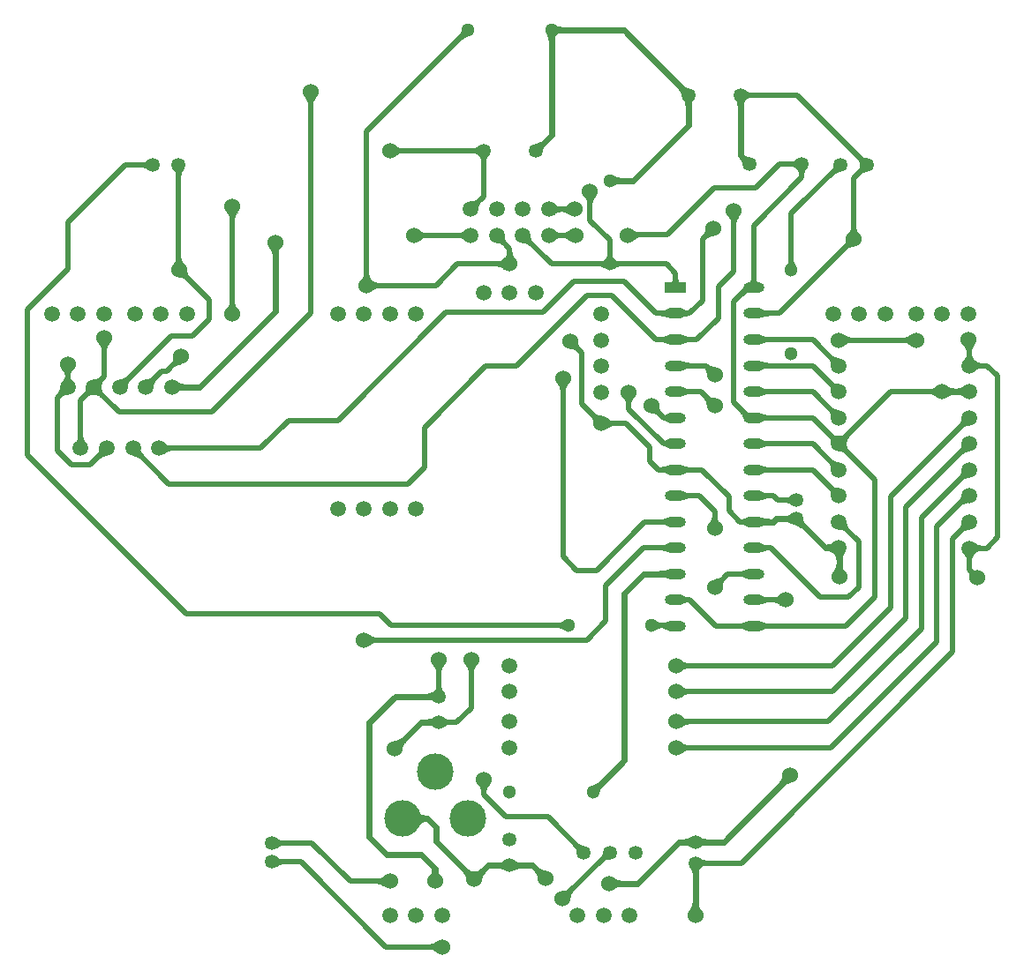
<source format=gbl>
%FSDAX24Y24*%
%MOMM*%
%SFA1B1*%

%IPPOS*%
%ADD10C,0.507999*%
%ADD11C,0.634999*%
%ADD12C,1.299997*%
%ADD13C,1.349997*%
%ADD14C,1.499997*%
%ADD15O,1.999996X0.999998*%
%ADD16R,1.999996X0.999998*%
%ADD17C,3.499993*%
%ADD18C,1.523997*%
%LNpcb_final_v1-1*%
%LPD*%
G36*
X225435Y-065968D02*
X225386Y-065791D01*
X225238Y-065634*
X224991Y-065494*
X224645Y-065373*
X224201Y-065271*
X223658Y-065188*
X222276Y-065076*
X220499Y-065039*
Y-059959*
X221437Y-059950*
X223658Y-059810*
X224201Y-059727*
X224645Y-059625*
X224991Y-059504*
X225238Y-059365*
X225386Y-059207*
X225435Y-059030*
Y-065968*
G37*
G36*
X269929Y-064474D02*
X269603Y-064179D01*
X269235Y-063916*
X268824Y-063684*
X268369Y-063482*
X267872Y-063312*
X267332Y-063172*
X266749Y-063063*
X266123Y-062986*
X265454Y-062940*
X264742Y-062924*
Y-056574*
X265454Y-056559*
X266749Y-056434*
X267332Y-056326*
X267872Y-056187*
X268369Y-056016*
X268824Y-055815*
X269235Y-055582*
X269603Y-055318*
X269929Y-055024*
Y-064474*
G37*
G36*
X241855Y-058380D02*
X242298Y-058578D01*
X242834Y-058753*
X243462Y-058904*
X244183Y-059033*
X245902Y-059219*
X247993Y-059312*
X249177Y-059324*
Y-065674*
X247993Y-065686*
X244183Y-065966*
X243462Y-066094*
X242834Y-066245*
X242298Y-066421*
X241855Y-066618*
X241505Y-066840*
Y-058158*
X241855Y-058380*
G37*
G36*
X281520Y-060255D02*
X281595Y-060702D01*
X281721Y-061157*
X281900Y-061620*
X282131Y-062093*
X282414Y-062573*
X282749Y-063062*
X283137Y-063560*
X283577Y-064065*
X284070Y-064580*
X279580Y-069070*
X279065Y-068577*
X278062Y-067749*
X277573Y-067414*
X277093Y-067131*
X276620Y-066900*
X276157Y-066721*
X275701Y-066595*
X275255Y-066521*
X274817Y-066499*
X281499Y-059817*
X281520Y-060255*
G37*
G36*
X151493Y-066840D02*
X151001Y-066498D01*
X150466Y-066192*
X149887Y-065921*
X149264Y-065687*
X148597Y-065489*
X147886Y-065327*
X147132Y-065201*
X146333Y-065111*
X144604Y-065039*
Y-059959*
X145491Y-059941*
X147132Y-059797*
X147886Y-059671*
X148597Y-059509*
X149264Y-059311*
X149887Y-059077*
X150466Y-058807*
X151001Y-058500*
X151493Y-058158*
Y-066840*
G37*
G36*
X166997Y-033500D02*
X167532Y-033806D01*
X168111Y-034077*
X168734Y-034311*
X169401Y-034509*
X170112Y-034671*
X170866Y-034798*
X171665Y-034887*
X173394Y-034959*
Y-040039*
X172508Y-040057*
X170866Y-040201*
X170112Y-040327*
X169401Y-040489*
X168734Y-040687*
X168111Y-040921*
X167532Y-041192*
X166997Y-041498*
X166505Y-041840*
Y-033158*
X166997Y-033500*
G37*
G36*
X241997D02*
X242532Y-033806D01*
X243111Y-034077*
X243734Y-034311*
X244401Y-034509*
X245112Y-034671*
X245866Y-034798*
X246665Y-034887*
X248394Y-034959*
Y-040039*
X247508Y-040057*
X245866Y-040201*
X245112Y-040327*
X244401Y-040489*
X243734Y-040687*
X243111Y-040921*
X242532Y-041192*
X241997Y-041498*
X241505Y-041840*
Y-033158*
X241997Y-033500*
G37*
G36*
X439387Y-045124D02*
X438680Y-045024D01*
X437994Y-044989*
X437328Y-045019*
X436681Y-045114*
X436055Y-045274*
X435449Y-045498*
X434862Y-045787*
X434296Y-046142*
X433749Y-046561*
X433223Y-047045*
X430299Y-042784*
X430766Y-042286*
X431196Y-041760*
X431590Y-041205*
X431949Y-040622*
X432272Y-040012*
X432559Y-039373*
X432810Y-038705*
X433025Y-038010*
X433204Y-037286*
X433348Y-036534*
X439387Y-045124*
G37*
G36*
X199067Y-057950D02*
X199151Y-058640D01*
X199290Y-059313*
X199486Y-059969*
X199738Y-060609*
X200045Y-061232*
X200408Y-061839*
X200827Y-062428*
X201302Y-063001*
X201833Y-063557*
X191165*
X191696Y-063001*
X192171Y-062428*
X192590Y-061839*
X192953Y-061232*
X193261Y-060609*
X193512Y-059969*
X193707Y-059313*
X193847Y-058640*
X193931Y-057950*
X193959Y-057243*
X199039*
X199067Y-057950*
G37*
G36*
X269929Y-046474D02*
X269488Y-046059D01*
X269024Y-045687*
X268535Y-045360*
X268023Y-045076*
X267487Y-044835*
X266927Y-044639*
X266342Y-044486*
X265734Y-044376*
X265102Y-044311*
X264445Y-044289*
Y-039209*
X265102Y-039187*
X265734Y-039122*
X266342Y-039012*
X266927Y-038859*
X267487Y-038663*
X268023Y-038422*
X268535Y-038138*
X269024Y-037811*
X269488Y-037439*
X269929Y-037024*
Y-046474*
G37*
G36*
X323267Y-063320D02*
X323335Y-064040D01*
X323455Y-064735*
X323625Y-065405*
X323847Y-066047*
X324119Y-066664*
X324442Y-067255*
X324816Y-067821*
X325241Y-068361*
X325717Y-068875*
X322125Y-072467*
X321611Y-071991*
X321071Y-071566*
X320505Y-071192*
X319914Y-070869*
X319297Y-070597*
X318653Y-070375*
X317985Y-070205*
X317290Y-070085*
X316570Y-070016*
X315824Y-069999*
X323249Y-062574*
X323267Y-063320*
G37*
G36*
X445484Y-093645D02*
X445023Y-094203D01*
X444617Y-094779*
X444265Y-095372*
X443967Y-095983*
X443723Y-096612*
X443533Y-097259*
X443397Y-097923*
X443316Y-098606*
X443289Y-099306*
X438209*
X438182Y-098606*
X438101Y-097923*
X437965Y-097259*
X437775Y-096612*
X437532Y-095983*
X437233Y-095372*
X436881Y-094779*
X436475Y-094203*
X436014Y-093645*
X435499Y-093105*
X445999*
X445484Y-093645*
G37*
G36*
X320795Y-093114D02*
X320454Y-093588D01*
X320154Y-094097*
X319894Y-094642*
X319674Y-095224*
X319494Y-095841*
X319354Y-096495*
X319254Y-097184*
X319194Y-097910*
X319174Y-098671*
X312824Y-098905*
X312803Y-098142*
X312738Y-097418*
X312631Y-096733*
X312481Y-096087*
X312288Y-095479*
X312052Y-094911*
X311774Y-094382*
X311452Y-093891*
X311088Y-093440*
X310680Y-093027*
X321175Y-092677*
X320795Y-093114*
G37*
G36*
X319196Y-104270D02*
X319260Y-105003D01*
X319368Y-105700*
X319519Y-106361*
X319714Y-106985*
X319951Y-107572*
X320232Y-108123*
X320556Y-108638*
X320923Y-109116*
X321333Y-109557*
X310665*
X311075Y-109116*
X311442Y-108638*
X311766Y-108123*
X312047Y-107572*
X312284Y-106985*
X312479Y-106361*
X312630Y-105700*
X312738Y-105003*
X312802Y-104270*
X312824Y-103500*
X319174*
X319196Y-104270*
G37*
G36*
X226493Y-116840D02*
X226001Y-116498D01*
X225466Y-116192*
X224887Y-115921*
X224264Y-115687*
X223597Y-115489*
X222886Y-115327*
X222132Y-115201*
X221333Y-115111*
X219604Y-115039*
Y-109959*
X220491Y-109941*
X222132Y-109797*
X222886Y-109671*
X223597Y-109509*
X224264Y-109311*
X224887Y-109077*
X225466Y-108806*
X226001Y-108500*
X226493Y-108158*
Y-116840*
G37*
G36*
X442960Y-107360D02*
X444296Y-108515D01*
X444549Y-108686*
X444770Y-108809*
X444959Y-108885*
X445116Y-108914*
X445240Y-108896*
X440896Y-113240*
X440914Y-113116*
X440885Y-112959*
X440809Y-112770*
X440686Y-112549*
X440515Y-112295*
X440298Y-112010*
X439720Y-111342*
X438953Y-110545*
X442545Y-106953*
X442960Y-107360*
G37*
G36*
X241997Y-083500D02*
X242532Y-083806D01*
X243111Y-084077*
X243734Y-084311*
X244401Y-084509*
X245112Y-084671*
X245866Y-084797*
X246665Y-084887*
X248394Y-084959*
Y-090039*
X247508Y-090057*
X245866Y-090201*
X245112Y-090327*
X244401Y-090489*
X243734Y-090687*
X243111Y-090921*
X242532Y-091192*
X241997Y-091498*
X241505Y-091840*
Y-083158*
X241997Y-083500*
G37*
G36*
X440674Y-070249D02*
X439928Y-070267D01*
X439208Y-070335*
X438513Y-070455*
X437844Y-070625*
X437201Y-070847*
X436584Y-071120*
X435993Y-071442*
X435427Y-071816*
X434887Y-072241*
X434373Y-072717*
X430781Y-069125*
X431257Y-068611*
X431682Y-068072*
X432056Y-067505*
X432379Y-066914*
X432651Y-066296*
X432873Y-065654*
X433043Y-064985*
X433163Y-064290*
X433231Y-063570*
X433249Y-062824*
X440674Y-070249*
G37*
G36*
X151493Y-091840D02*
X151001Y-091498D01*
X150466Y-091192*
X149887Y-090921*
X149264Y-090687*
X148597Y-090489*
X147886Y-090327*
X147132Y-090201*
X146333Y-090111*
X144604Y-090039*
Y-084959*
X145491Y-084941*
X147132Y-084797*
X147886Y-084671*
X148597Y-084509*
X149264Y-084311*
X149887Y-084077*
X150466Y-083806*
X151001Y-083500*
X151493Y-083158*
Y-091840*
G37*
G36*
X446645Y-083014D02*
X447203Y-083475D01*
X447779Y-083881*
X448372Y-084233*
X448983Y-084531*
X449612Y-084775*
X450259Y-084965*
X450923Y-085101*
X451606Y-085182*
X452306Y-085209*
Y-090289*
X451606Y-090316*
X450923Y-090397*
X450259Y-090533*
X449612Y-090723*
X448983Y-090967*
X448372Y-091265*
X447779Y-091617*
X447203Y-092023*
X446645Y-092484*
X446105Y-092999*
Y-082499*
X446645Y-083014*
G37*
G36*
X310393Y-092749D02*
X309967Y-092355D01*
X309505Y-092002*
X309004Y-091691*
X308467Y-091421*
X307891Y-091193*
X307279Y-091006*
X306629Y-090861*
X305941Y-090757*
X305216Y-090695*
X304454Y-090674*
Y-084324*
X305216Y-084303*
X305941Y-084241*
X306629Y-084137*
X307279Y-083992*
X307891Y-083805*
X308467Y-083577*
X309004Y-083307*
X309505Y-082996*
X309967Y-082643*
X310393Y-082249*
Y-092749*
G37*
G36*
X309887Y-028007D02*
X310427Y-028432D01*
X310993Y-028806*
X311584Y-029129*
X312201Y-029401*
X312844Y-029623*
X313513Y-029793*
X314208Y-029913*
X314928Y-029982*
X315674Y-029999*
X308249Y-037424*
X308231Y-036678*
X308163Y-035958*
X308043Y-035263*
X307873Y-034594*
X307651Y-033952*
X307379Y-033334*
X307056Y-032743*
X306682Y-032177*
X306257Y-031637*
X305781Y-031123*
X309373Y-027531*
X309887Y-028007*
G37*
G36*
X093997Y036802D02*
X094570Y036327D01*
X095159Y035908*
X095766Y035545*
X096389Y035237*
X097028Y034986*
X097685Y034791*
X098358Y034651*
X099048Y034567*
X099755Y034539*
Y029459*
X099048Y029431*
X098358Y029347*
X097685Y029208*
X097028Y029012*
X096389Y028760*
X095766Y028453*
X095159Y028090*
X094570Y027671*
X093997Y027196*
X093441Y026665*
Y037333*
X093997Y036802*
G37*
G36*
X440674Y029749D02*
X439928Y029731D01*
X439208Y029663*
X438513Y029543*
X437844Y029373*
X437201Y029151*
X436584Y028879*
X435993Y028556*
X435427Y028182*
X434887Y027757*
X434373Y027281*
X430781Y030873*
X431257Y031387*
X431682Y031927*
X432056Y032493*
X432379Y033084*
X432651Y033701*
X432873Y034345*
X433043Y035013*
X433163Y035708*
X433231Y036428*
X433249Y037174*
X440674Y029749*
G37*
G36*
X-408932Y018856D02*
X-408851Y018174D01*
X-408715Y017509*
X-408525Y016862*
X-408282Y016233*
X-407983Y015622*
X-407631Y015029*
X-407225Y014453*
X-406764Y013895*
X-406249Y013355*
X-416749*
X-416234Y013895*
X-415773Y014453*
X-415367Y015029*
X-415015Y015622*
X-414716Y016233*
X-414473Y016862*
X-414283Y017509*
X-414147Y018174*
X-414066Y018856*
X-414039Y019556*
X-408959*
X-408932Y018856*
G37*
G36*
X309887Y021991D02*
X310427Y021566D01*
X310993Y021192*
X311584Y020869*
X312201Y020597*
X312844Y020375*
X313513Y020205*
X314208Y020085*
X314928Y020016*
X315674Y019999*
X308249Y012574*
X308231Y013320*
X308163Y014040*
X308043Y014735*
X307873Y015403*
X307651Y016047*
X307379Y016664*
X307056Y017255*
X306682Y017821*
X306257Y018361*
X305781Y018875*
X309373Y022467*
X309887Y021991*
G37*
G36*
X325717Y018875D02*
X325241Y018361D01*
X324816Y017821*
X324442Y017255*
X324119Y016664*
X323847Y016047*
X323625Y015403*
X323455Y014735*
X323335Y014040*
X323267Y013320*
X323249Y012574*
X315824Y019999*
X316570Y020016*
X317290Y020085*
X317985Y020205*
X318653Y020375*
X319297Y020597*
X319914Y020869*
X320505Y021192*
X321071Y021566*
X321611Y021991*
X322125Y022467*
X325717Y018875*
G37*
G36*
X309887Y046991D02*
X310427Y046566D01*
X310993Y046192*
X311584Y045869*
X312201Y045597*
X312844Y045375*
X313513Y045205*
X314208Y045085*
X314928Y045016*
X315674Y044999*
X308249Y037574*
X308231Y038320*
X308163Y039040*
X308043Y039735*
X307873Y040404*
X307651Y041047*
X307379Y041664*
X307056Y042255*
X306682Y042821*
X306257Y043361*
X305781Y043875*
X309373Y047467*
X309887Y046991*
G37*
G36*
X143637Y048154D02*
X143706Y047413D01*
X143826Y046700*
X143998Y046015*
X144221Y045356*
X144496Y044726*
X144822Y044124*
X145199Y043549*
X145628Y043002*
X146108Y042482*
X142516Y038890*
X141996Y039370*
X141449Y039799*
X140874Y040176*
X140272Y040502*
X139641Y040777*
X138984Y041000*
X138298Y041172*
X137585Y041292*
X136844Y041362*
X136075Y041379*
X143619Y048923*
X143637Y048154*
G37*
G36*
X225589Y045036D02*
X227388Y043522D01*
X228192Y042968*
X228932Y042549*
X229607Y042265*
X230219Y042116*
X230767Y042103*
X231251Y042224*
X231671Y042481*
X224157Y036201*
X224040Y036898*
X223871Y037585*
X223652Y038261*
X223382Y038927*
X223061Y039583*
X222690Y040228*
X222268Y040864*
X221795Y041489*
X221272Y042104*
X220698Y042708*
X224594Y045996*
X225589Y045036*
G37*
G36*
X082002Y041628D02*
X082550Y041199D01*
X083124Y040822*
X083726Y040496*
X084357Y040221*
X085014Y039998*
X085700Y039826*
X086413Y039706*
X087154Y039636*
X087923Y039619*
X080379Y032075*
X080362Y032844*
X080292Y033585*
X080172Y034298*
X080000Y034984*
X079777Y035641*
X079502Y036272*
X079176Y036874*
X078799Y037449*
X078370Y037996*
X077890Y038516*
X081482Y042108*
X082002Y041628*
G37*
G36*
X241997Y041497D02*
X242532Y041191D01*
X243111Y040921*
X243734Y040687*
X244401Y040489*
X245112Y040327*
X245866Y040201*
X246665Y040111*
X248394Y040039*
Y034959*
X247508Y034941*
X245866Y034798*
X245112Y034671*
X244401Y034509*
X243734Y034310*
X243111Y034076*
X242532Y033806*
X241997Y033500*
X241505Y033158*
Y041840*
X241997Y041497*
G37*
G36*
Y016498D02*
X242532Y016191D01*
X243111Y015921*
X243734Y015687*
X244401Y015489*
X245112Y015327*
X245866Y015201*
X246665Y015111*
X248394Y015039*
Y009959*
X247508Y009941*
X245866Y009797*
X245112Y009671*
X244401Y009509*
X243734Y009311*
X243111Y009076*
X242532Y008806*
X241997Y008500*
X241505Y008158*
Y016840*
X241997Y016498*
G37*
G36*
Y-008500D02*
X242532Y-008807D01*
X243111Y-009077*
X243734Y-009311*
X244401Y-009509*
X245112Y-009671*
X245866Y-009797*
X246665Y-009887*
X248394Y-009959*
Y-015039*
X247508Y-015057*
X245866Y-015201*
X245112Y-015327*
X244401Y-015489*
X243734Y-015687*
X243111Y-015921*
X242532Y-016192*
X241997Y-016498*
X241505Y-016840*
Y-008158*
X241997Y-008500*
G37*
G36*
X309887Y-003007D02*
X310427Y-003432D01*
X310993Y-003806*
X311584Y-004129*
X312201Y-004401*
X312844Y-004623*
X313513Y-004793*
X314208Y-004913*
X314928Y-004982*
X315674Y-004999*
X308249Y-012424*
X308231Y-011678*
X308163Y-010958*
X308043Y-010263*
X307873Y-009595*
X307651Y-008952*
X307379Y-008334*
X307056Y-007743*
X306682Y-007177*
X306257Y-006637*
X305781Y-006123*
X309373Y-002531*
X309887Y-003007*
G37*
G36*
X166997Y-008500D02*
X167532Y-008807D01*
X168111Y-009077*
X168734Y-009311*
X169401Y-009509*
X170112Y-009671*
X170866Y-009797*
X171665Y-009887*
X173394Y-009959*
Y-015039*
X172508Y-015057*
X170866Y-015201*
X170112Y-015327*
X169401Y-015489*
X168734Y-015687*
X168111Y-015921*
X167532Y-016192*
X166997Y-016498*
X166505Y-016840*
Y-008158*
X166997Y-008500*
G37*
G36*
X440674Y-020249D02*
X439928Y-020267D01*
X439208Y-020335*
X438513Y-020455*
X437844Y-020625*
X437201Y-020847*
X436584Y-021119*
X435993Y-021442*
X435427Y-021816*
X434887Y-022241*
X434373Y-022717*
X430781Y-019125*
X431257Y-018611*
X431682Y-018071*
X432056Y-017505*
X432379Y-016914*
X432651Y-016297*
X432873Y-015653*
X433043Y-014986*
X433163Y-014290*
X433231Y-013570*
X433249Y-012824*
X440674Y-020249*
G37*
G36*
X151493Y-016840D02*
X151001Y-016498D01*
X150466Y-016192*
X149887Y-015921*
X149264Y-015687*
X148597Y-015489*
X147886Y-015327*
X147132Y-015201*
X146333Y-015111*
X144604Y-015039*
Y-009959*
X145491Y-009941*
X147132Y-009797*
X147886Y-009671*
X148597Y-009509*
X149264Y-009311*
X149887Y-009077*
X150466Y-008807*
X151001Y-008500*
X151493Y-008158*
Y-016840*
G37*
G36*
X323267Y011678D02*
X323335Y010958D01*
X323455Y010263*
X323625Y009595*
X323847Y008952*
X324119Y008334*
X324442Y007743*
X324816Y007177*
X325241Y006637*
X325717Y006123*
X322125Y002531*
X321611Y003007*
X321071Y003432*
X320505Y003806*
X319914Y004129*
X319297Y004401*
X318653Y004623*
X317985Y004793*
X317290Y004913*
X316570Y004982*
X315824Y004999*
X323249Y012424*
X323267Y011678*
G37*
G36*
X-330603Y012734D02*
X-330045Y012273D01*
X-329469Y011867*
X-328876Y011515*
X-328265Y011216*
X-327636Y010973*
X-326989Y010783*
X-326324Y010647*
X-325642Y010566*
X-324942Y010539*
Y005459*
X-325642Y005432*
X-326324Y005351*
X-326989Y005215*
X-327636Y005025*
X-328265Y004781*
X-328876Y004483*
X-329469Y004131*
X-330045Y003725*
X-330603Y003264*
X-331143Y002749*
Y013249*
X-330603Y012734*
G37*
G36*
X440674Y004749D02*
X439928Y004732D01*
X439208Y004663*
X438513Y004543*
X437844Y004373*
X437201Y004151*
X436584Y003879*
X435993Y003556*
X435427Y003182*
X434887Y002757*
X434373Y002281*
X430781Y005873*
X431257Y006387*
X431682Y006927*
X432056Y007493*
X432379Y008084*
X432651Y008701*
X432873Y009344*
X433043Y010013*
X433163Y010708*
X433231Y011428*
X433249Y012174*
X440674Y004749*
G37*
G36*
X-386574Y000499D02*
X-387320Y000482D01*
X-388040Y000413*
X-388735Y000293*
X-389403Y000123*
X-390046Y-000097*
X-390664Y-000369*
X-391255Y-000692*
X-391821Y-001066*
X-392361Y-001491*
X-392875Y-001967*
X-396467Y001623*
X-395991Y002137*
X-395566Y002677*
X-395192Y003243*
X-394869Y003834*
X-394597Y004452*
X-394375Y005094*
X-394205Y005763*
X-394085Y006458*
X-394016Y007178*
X-393999Y007924*
X-386574Y000499*
G37*
G36*
X-353982Y007178D02*
X-353913Y006458D01*
X-353793Y005763*
X-353623Y005094*
X-353401Y004452*
X-353129Y003834*
X-352806Y003243*
X-352432Y002677*
X-352007Y002137*
X-351531Y001623*
X-355123Y-001967*
X-355637Y-001491*
X-356177Y-001066*
X-356743Y-000692*
X-357334Y-000369*
X-357951Y-000097*
X-358594Y000123*
X-359263Y000293*
X-359958Y000413*
X-360678Y000482*
X-361424Y000499*
X-353999Y007924*
X-353982Y007178*
G37*
G36*
X151493Y-116840D02*
X151143Y-116618D01*
X150700Y-116420*
X150164Y-116245*
X149536Y-116094*
X148815Y-115966*
X147096Y-115779*
X145005Y-115686*
X143821Y-115674*
Y-109324*
X145005Y-109312*
X148815Y-109033*
X149536Y-108904*
X150164Y-108753*
X150700Y-108578*
X151143Y-108380*
X151493Y-108158*
Y-116840*
G37*
G36*
X095225Y-386704D02*
X094632Y-386663D01*
X094051Y-386676*
X093483Y-386744*
X092926Y-386866*
X092381Y-387044*
X091848Y-387276*
X091328Y-387563*
X090819Y-387905*
X090322Y-388301*
X089838Y-388753*
X086655Y-384751*
X087101Y-384277*
X087506Y-383789*
X087871Y-383286*
X088195Y-382768*
X088478Y-382236*
X088720Y-381690*
X088921Y-381129*
X089081Y-380554*
X089201Y-379963*
X089279Y-379359*
X095225Y-386704*
G37*
G36*
X065989Y-371366D02*
X066482Y-371767D01*
X066990Y-372119*
X067511Y-372424*
X068046Y-372682*
X068595Y-372891*
X069158Y-373052*
X069736Y-373166*
X070327Y-373231*
X070931Y-373249*
X064249Y-379932*
X064232Y-379327*
X064166Y-378736*
X064052Y-378158*
X063891Y-377595*
X063682Y-377046*
X063424Y-376511*
X063119Y-375990*
X062767Y-375482*
X062366Y-374989*
X061917Y-374509*
X065509Y-370917*
X065989Y-371366*
G37*
G36*
X-222488Y-384689D02*
X-222024Y-385061D01*
X-221536Y-385388*
X-221023Y-385672*
X-220487Y-385913*
X-219927Y-386109*
X-219342Y-386262*
X-218734Y-386372*
X-218101Y-386437*
X-217445Y-386459*
Y-391539*
X-218101Y-391561*
X-218734Y-391626*
X-219342Y-391736*
X-219927Y-391889*
X-220487Y-392085*
X-221023Y-392326*
X-221536Y-392610*
X-222024Y-392938*
X-222488Y-393309*
X-222928Y-393724*
Y-384274*
X-222488Y-384689*
G37*
G36*
X005145Y-388068D02*
X005513Y-388332D01*
X005924Y-388564*
X006379Y-388766*
X006876Y-388936*
X007416Y-389076*
X007999Y-389184*
X008625Y-389262*
X009294Y-389309*
X010006Y-389324*
Y-395674*
X009294Y-395689*
X007999Y-395814*
X007416Y-395922*
X006876Y-396062*
X006379Y-396232*
X005924Y-396434*
X005513Y-396666*
X005145Y-396930*
X004820Y-397224*
Y-387774*
X005145Y-388068*
G37*
G36*
X183261Y-385689D02*
X183724Y-386061D01*
X184213Y-386388*
X184725Y-386672*
X185261Y-386913*
X185822Y-387109*
X186406Y-387262*
X187014Y-387372*
X187647Y-387437*
X188303Y-387459*
Y-392539*
X187647Y-392561*
X187014Y-392626*
X186406Y-392736*
X185822Y-392889*
X185261Y-393085*
X184725Y-393326*
X184213Y-393610*
X183724Y-393937*
X183261Y-394309*
X182820Y-394724*
Y-385274*
X183261Y-385689*
G37*
G36*
X-086251Y-341462D02*
X-085833Y-342063D01*
X-085332Y-342593*
X-084748Y-343052*
X-084081Y-343441*
X-083331Y-343759*
X-082497Y-344006*
X-081581Y-344183*
X-080582Y-344289*
X-079499Y-344324*
Y-350674*
X-080582Y-350709*
X-081581Y-350815*
X-082497Y-350992*
X-083331Y-351239*
X-084081Y-351557*
X-084748Y-351946*
X-085332Y-352405*
X-085833Y-352935*
X-086251Y-353536*
X-086586Y-354207*
Y-340791*
X-086251Y-341462*
G37*
G36*
X-019946Y-315997D02*
X-020421Y-316570D01*
X-020840Y-317159*
X-021203Y-317766*
X-021510Y-318389*
X-021762Y-319029*
X-021957Y-319685*
X-022098Y-320358*
X-022181Y-321048*
X-022209Y-321755*
X-027289*
X-027317Y-321048*
X-027401Y-320358*
X-027540Y-319685*
X-027736Y-319029*
X-027988Y-318389*
X-028295Y-317766*
X-028658Y-317159*
X-029077Y-316570*
X-029552Y-315997*
X-030083Y-315441*
X-019415*
X-019946Y-315997*
G37*
G36*
X183145Y-365568D02*
X183513Y-365832D01*
X183924Y-366064*
X184379Y-366266*
X184876Y-366436*
X185416Y-366576*
X185999Y-366684*
X186625Y-366762*
X187294Y-366809*
X188006Y-366824*
Y-373174*
X187294Y-373189*
X185999Y-373314*
X185416Y-373422*
X184876Y-373562*
X184379Y-373732*
X183924Y-373934*
X183513Y-374166*
X183145Y-374430*
X182820Y-374724*
Y-365274*
X183145Y-365568*
G37*
G36*
X-222488Y-366689D02*
X-222024Y-367061D01*
X-221536Y-367388*
X-221023Y-367672*
X-220487Y-367913*
X-219927Y-368109*
X-219342Y-368262*
X-218734Y-368372*
X-218101Y-368437*
X-217445Y-368459*
Y-373539*
X-218101Y-373561*
X-218734Y-373626*
X-219342Y-373736*
X-219927Y-373889*
X-220487Y-374085*
X-221023Y-374326*
X-221536Y-374610*
X-222024Y-374937*
X-222488Y-375309*
X-222928Y-375724*
Y-366274*
X-222488Y-366689*
G37*
G36*
X173179Y-374724D02*
X172853Y-374430D01*
X172485Y-374166*
X172074Y-373934*
X171620Y-373732*
X171122Y-373562*
X170582Y-373422*
X169999Y-373314*
X169373Y-373236*
X168704Y-373189*
X167992Y-373174*
Y-366824*
X168704Y-366809*
X169999Y-366684*
X170582Y-366576*
X171122Y-366436*
X171620Y-366266*
X172074Y-366064*
X172485Y-365832*
X172853Y-365568*
X173179Y-365274*
Y-374724*
G37*
G36*
X-004820Y-397224D02*
X-005145Y-396930D01*
X-005513Y-396666*
X-005924Y-396434*
X-006379Y-396232*
X-006876Y-396062*
X-007416Y-395922*
X-007999Y-395814*
X-008625Y-395736*
X-009294Y-395689*
X-010006Y-395674*
Y-389324*
X-009294Y-389309*
X-007999Y-389184*
X-007416Y-389076*
X-006876Y-388936*
X-006379Y-388766*
X-005924Y-388564*
X-005513Y-388332*
X-005145Y-388068*
X-004820Y-387774*
Y-397224*
G37*
G36*
X100882Y-404825D02*
X101360Y-405192D01*
X101875Y-405516*
X102426Y-405797*
X103013Y-406034*
X103637Y-406229*
X104298Y-406380*
X104995Y-406488*
X105728Y-406552*
X106498Y-406574*
Y-412924*
X105728Y-412946*
X104995Y-413010*
X104298Y-413118*
X103637Y-413269*
X103013Y-413464*
X102426Y-413701*
X101875Y-413982*
X101360Y-414306*
X100882Y-414673*
X100441Y-415083*
Y-404415*
X100882Y-404825*
G37*
G36*
X-120441Y-413083D02*
X-120997Y-412552D01*
X-121570Y-412077*
X-122159Y-411658*
X-122766Y-411295*
X-123389Y-410987*
X-124029Y-410736*
X-124685Y-410540*
X-125358Y-410401*
X-126048Y-410317*
X-126755Y-410289*
Y-405209*
X-126048Y-405181*
X-125358Y-405097*
X-124685Y-404957*
X-124029Y-404762*
X-123389Y-404510*
X-122766Y-404203*
X-122159Y-403840*
X-121570Y-403421*
X-120997Y-402946*
X-120441Y-402415*
Y-413083*
G37*
G36*
X060858Y-417732D02*
X060378Y-418252D01*
X059949Y-418799*
X059572Y-419374*
X059246Y-419976*
X058971Y-420606*
X058748Y-421264*
X058576Y-421950*
X058456Y-422663*
X058386Y-423404*
X058369Y-424173*
X050825Y-416629*
X051594Y-416612*
X052335Y-416542*
X053048Y-416422*
X053733Y-416250*
X054391Y-416027*
X055022Y-415752*
X055624Y-415426*
X056199Y-415049*
X056746Y-414620*
X057266Y-414140*
X060858Y-417732*
G37*
G36*
X-070441Y-475833D02*
X-070997Y-475302D01*
X-071570Y-474827*
X-072159Y-474408*
X-072766Y-474045*
X-073389Y-473738*
X-074028Y-473486*
X-074685Y-473291*
X-075358Y-473151*
X-076048Y-473067*
X-076755Y-473039*
Y-467959*
X-076048Y-467931*
X-075358Y-467847*
X-074685Y-467708*
X-074028Y-467512*
X-073389Y-467261*
X-072766Y-466953*
X-072159Y-466590*
X-071570Y-466171*
X-070997Y-465696*
X-070441Y-465165*
Y-475833*
G37*
G36*
X181196Y-429270D02*
X181261Y-430003D01*
X181368Y-430700*
X181520Y-431361*
X181714Y-431985*
X181951Y-432572*
X182232Y-433123*
X182556Y-433638*
X182923Y-434116*
X183333Y-434557*
X172665*
X173075Y-434116*
X173442Y-433638*
X173766Y-433123*
X174047Y-432572*
X174284Y-431985*
X174479Y-431361*
X174630Y-430700*
X174738Y-430003*
X174803Y-429270*
X174824Y-428500*
X181174*
X181196Y-429270*
G37*
G36*
X-068302Y-397020D02*
X-068238Y-397753D01*
X-068130Y-398450*
X-067979Y-399111*
X-067784Y-399735*
X-067547Y-400322*
X-067266Y-400873*
X-066942Y-401388*
X-066575Y-401866*
X-066165Y-402307*
X-076833*
X-076423Y-401866*
X-076056Y-401388*
X-075732Y-400873*
X-075451Y-400322*
X-075214Y-399735*
X-075020Y-399111*
X-074868Y-398450*
X-074761Y-397753*
X-074696Y-397020*
X-074674Y-396250*
X-068324*
X-068302Y-397020*
G37*
G36*
X182430Y-395145D02*
X182166Y-395513D01*
X181934Y-395924*
X181732Y-396379*
X181562Y-396876*
X181422Y-397416*
X181314Y-397999*
X181236Y-398625*
X181190Y-399294*
X181174Y-400006*
X174824*
X174809Y-399294*
X174685Y-397999*
X174576Y-397416*
X174437Y-396876*
X174266Y-396379*
X174065Y-395924*
X173832Y-395513*
X173569Y-395145*
X173274Y-394820*
X182724*
X182430Y-395145*
G37*
G36*
X029173Y-395152D02*
X029737Y-395625D01*
X030306Y-396041*
X030880Y-396402*
X031459Y-396705*
X032042Y-396953*
X032630Y-397144*
X033223Y-397279*
X033820Y-397357*
X034423Y-397379*
X026879Y-404923*
X026857Y-404321*
X026779Y-403723*
X026644Y-403130*
X026453Y-402542*
X026205Y-401959*
X025902Y-401380*
X025541Y-400806*
X025125Y-400237*
X024652Y-399673*
X024123Y-399113*
X028613Y-394623*
X029173Y-395152*
G37*
G36*
X-039325Y-396152D02*
X-038761Y-396625D01*
X-038192Y-397041*
X-037618Y-397402*
X-037039Y-397705*
X-036456Y-397953*
X-035868Y-398145*
X-035275Y-398279*
X-034677Y-398357*
X-034075Y-398379*
X-041619Y-405923*
X-041641Y-405321*
X-041719Y-404723*
X-041854Y-404130*
X-042045Y-403542*
X-042293Y-402959*
X-042596Y-402380*
X-042957Y-401806*
X-043373Y-401237*
X-043846Y-400673*
X-044375Y-400113*
X-039885Y-395623*
X-039325Y-396152*
G37*
G36*
X-023623Y-400113D02*
X-024152Y-400673D01*
X-024625Y-401237*
X-025041Y-401806*
X-025402Y-402380*
X-025705Y-402959*
X-025953Y-403542*
X-026144Y-404130*
X-026279Y-404723*
X-026357Y-405321*
X-026379Y-405923*
X-033923Y-398379*
X-033320Y-398357*
X-032723Y-398279*
X-032131Y-398145*
X-031542Y-397953*
X-030959Y-397705*
X-030380Y-397402*
X-029806Y-397041*
X-029237Y-396625*
X-028673Y-396152*
X-028113Y-395623*
X-023623Y-400113*
G37*
G36*
X089012Y-317226D02*
X088531Y-317726D01*
X087722Y-318691*
X087394Y-319155*
X087118Y-319607*
X086892Y-320046*
X086717Y-320474*
X086593Y-320890*
X086520Y-321293*
X086499Y-321684*
X080064Y-315249*
X080455Y-315228*
X080858Y-315155*
X081274Y-315031*
X081701Y-314856*
X082141Y-314631*
X082593Y-314354*
X083058Y-314026*
X083533Y-313647*
X084522Y-312736*
X089012Y-317226*
G37*
G36*
X226493Y-166840D02*
X226001Y-166498D01*
X225466Y-166192*
X224887Y-165922*
X224264Y-165687*
X223597Y-165489*
X222886Y-165327*
X222132Y-165201*
X221333Y-165111*
X219604Y-165039*
Y-159959*
X220491Y-159941*
X222132Y-159797*
X222886Y-159671*
X223597Y-159509*
X224264Y-159311*
X224887Y-159077*
X225466Y-158806*
X226001Y-158500*
X226493Y-158158*
Y-166840*
G37*
G36*
X241997Y-158500D02*
X242532Y-158806D01*
X243111Y-159077*
X243734Y-159311*
X244401Y-159509*
X245112Y-159671*
X245866Y-159797*
X246665Y-159887*
X248394Y-159959*
Y-165039*
X247508Y-165057*
X245866Y-165201*
X245112Y-165327*
X244401Y-165489*
X243734Y-165687*
X243111Y-165922*
X242532Y-166192*
X241997Y-166498*
X241505Y-166840*
Y-158158*
X241997Y-158500*
G37*
G36*
X141048Y-157831D02*
X141481Y-158173D01*
X141940Y-158474*
X142425Y-158735*
X142936Y-158957*
X143474Y-159137*
X144037Y-159278*
X144626Y-159379*
X145241Y-159439*
X145606Y-159450*
X145919Y-159446*
X148337Y-159251*
X149019Y-159134*
X149638Y-158991*
X150195Y-158822*
X150690Y-158627*
X151123Y-158405*
X151493Y-158158*
Y-166840*
X150882Y-166403*
X150249Y-166012*
X149594Y-165666*
X148916Y-165367*
X148216Y-165114*
X147495Y-164907*
X146751Y-164746*
X145984Y-164631*
X145204Y-164563*
X144626Y-164619*
X144037Y-164720*
X143474Y-164861*
X142936Y-165041*
X142425Y-165263*
X141940Y-165524*
X141481Y-165825*
X141048Y-166167*
X140641Y-166549*
Y-157449*
X141048Y-157831*
G37*
G36*
X165497Y-195696D02*
X166070Y-196171D01*
X166659Y-196590*
X167266Y-196953*
X167889Y-197261*
X168529Y-197512*
X169185Y-197707*
X169859Y-197847*
X170549Y-197931*
X171255Y-197959*
Y-203039*
X170549Y-203067*
X169859Y-203151*
X169185Y-203290*
X168529Y-203486*
X167889Y-203737*
X167266Y-204045*
X166659Y-204408*
X166070Y-204827*
X165497Y-205302*
X164941Y-205833*
Y-195165*
X165497Y-195696*
G37*
G36*
X-133751Y-171196D02*
X-133178Y-171671D01*
X-132589Y-172090*
X-131982Y-172453*
X-131359Y-172760*
X-130720Y-173012*
X-130063Y-173208*
X-129390Y-173347*
X-128700Y-173431*
X-127993Y-173459*
Y-178539*
X-128700Y-178567*
X-129390Y-178651*
X-130063Y-178791*
X-130720Y-178986*
X-131359Y-179237*
X-131982Y-179545*
X-132589Y-179908*
X-133178Y-180327*
X-133751Y-180802*
X-134307Y-181333*
Y-170665*
X-133751Y-171196*
G37*
G36*
X167612Y-134206D02*
X167760Y-134364D01*
X168007Y-134504*
X168352Y-134625*
X168797Y-134727*
X169340Y-134810*
X170722Y-134922*
X172499Y-134959*
Y-140039*
X171561Y-140048*
X169340Y-140188*
X168797Y-140271*
X168352Y-140373*
X168007Y-140494*
X167760Y-140634*
X167612Y-140792*
X167562Y-140968*
Y-134030*
X167612Y-134206*
G37*
G36*
X206608Y-118482D02*
X206128Y-119002D01*
X205699Y-119549*
X205322Y-120124*
X204996Y-120726*
X204721Y-121356*
X204498Y-122014*
X204326Y-122700*
X204206Y-123413*
X204136Y-124154*
X204119Y-124923*
X196575Y-117379*
X197344Y-117361*
X198085Y-117292*
X198798Y-117172*
X199484Y-117000*
X200141Y-116777*
X200772Y-116502*
X201374Y-116176*
X201949Y-115799*
X202496Y-115370*
X203016Y-114890*
X206608Y-118482*
G37*
G36*
X241997Y-133500D02*
X242532Y-133806D01*
X243111Y-134077*
X243734Y-134311*
X244401Y-134509*
X245112Y-134671*
X245866Y-134797*
X246665Y-134887*
X248394Y-134959*
Y-140039*
X247508Y-140057*
X245866Y-140201*
X245112Y-140327*
X244401Y-140489*
X243734Y-140687*
X243111Y-140921*
X242532Y-141192*
X241997Y-141498*
X241505Y-141840*
Y-133158*
X241997Y-133500*
G37*
G36*
X051357Y-166549D02*
X050950Y-166167D01*
X050517Y-165825*
X050058Y-165524*
X049573Y-165263*
X049062Y-165041*
X048525Y-164861*
X047961Y-164720*
X047372Y-164619*
X046757Y-164559*
X046116Y-164539*
Y-159459*
X046757Y-159439*
X047372Y-159379*
X047961Y-159278*
X048525Y-159137*
X049062Y-158957*
X049573Y-158735*
X050058Y-158474*
X050517Y-158173*
X050950Y-157831*
X051357Y-157449*
Y-166549*
G37*
G36*
X259557Y-142833D02*
X259001Y-142302D01*
X258428Y-141827*
X257839Y-141408*
X257232Y-141045*
X256609Y-140738*
X255969Y-140486*
X255313Y-140291*
X254640Y-140151*
X253950Y-140067*
X253243Y-140039*
Y-134959*
X253950Y-134931*
X254640Y-134847*
X255313Y-134708*
X255969Y-134512*
X256609Y-134261*
X257232Y-133953*
X257839Y-133590*
X258428Y-133171*
X259001Y-132696*
X259557Y-132165*
Y-142833*
G37*
G36*
X-032196Y-200997D02*
X-032671Y-201570D01*
X-033090Y-202159*
X-033453Y-202766*
X-033760Y-203389*
X-034012Y-204029*
X-034208Y-204685*
X-034347Y-205359*
X-034431Y-206048*
X-034459Y-206756*
X-039539*
X-039567Y-206048*
X-039651Y-205359*
X-039791Y-204685*
X-039986Y-204029*
X-040237Y-203389*
X-040545Y-202766*
X-040908Y-202159*
X-041327Y-201570*
X-041802Y-200997*
X-042333Y-200441*
X-031665*
X-032196Y-200997*
G37*
G36*
X165497Y-249696D02*
X166070Y-250171D01*
X166659Y-250590*
X167266Y-250953*
X167889Y-251261*
X168529Y-251512*
X169185Y-251708*
X169859Y-251847*
X170549Y-251931*
X171255Y-251959*
Y-257039*
X170549Y-257067*
X169859Y-257151*
X169185Y-257291*
X168529Y-257486*
X167889Y-257737*
X167266Y-258045*
X166659Y-258408*
X166070Y-258827*
X165497Y-259302*
X164941Y-259833*
Y-249165*
X165497Y-249696*
G37*
G36*
X-072820Y-259724D02*
X-073145Y-259430D01*
X-073513Y-259166*
X-073924Y-258933*
X-074379Y-258732*
X-074876Y-258562*
X-075416Y-258422*
X-075999Y-258313*
X-076625Y-258236*
X-077294Y-258189*
X-078006Y-258174*
Y-251824*
X-077294Y-251809*
X-075999Y-251685*
X-075416Y-251576*
X-074876Y-251436*
X-074379Y-251266*
X-073924Y-251065*
X-073513Y-250832*
X-073145Y-250568*
X-072820Y-250274*
Y-259724*
G37*
G36*
X-099873Y-274363D02*
X-100402Y-274923D01*
X-100875Y-275487*
X-101291Y-276056*
X-101652Y-276630*
X-101955Y-277209*
X-102203Y-277792*
X-102394Y-278380*
X-102529Y-278973*
X-102607Y-279571*
X-102629Y-280173*
X-110173Y-272629*
X-109571Y-272607*
X-108973Y-272529*
X-108380Y-272394*
X-107792Y-272203*
X-107209Y-271955*
X-106630Y-271653*
X-106056Y-271291*
X-105487Y-270875*
X-104923Y-270402*
X-104363Y-269873*
X-099873Y-274363*
G37*
G36*
X268923Y-313619D02*
X268320Y-313641D01*
X267723Y-313719*
X267130Y-313854*
X266542Y-314045*
X265959Y-314293*
X265380Y-314596*
X264806Y-314957*
X264237Y-315373*
X263673Y-315846*
X263113Y-316375*
X258623Y-311885*
X259152Y-311325*
X259625Y-310761*
X260041Y-310192*
X260402Y-309618*
X260705Y-309039*
X260953Y-308456*
X261144Y-307868*
X261279Y-307275*
X261357Y-306678*
X261379Y-306075*
X268923Y-313619*
G37*
G36*
X165497Y-274696D02*
X166070Y-275171D01*
X166659Y-275590*
X167266Y-275953*
X167889Y-276261*
X168529Y-276512*
X169185Y-276708*
X169859Y-276847*
X170549Y-276931*
X171255Y-276959*
Y-282039*
X170549Y-282067*
X169859Y-282151*
X169185Y-282291*
X168529Y-282486*
X167889Y-282737*
X167266Y-283045*
X166659Y-283408*
X166070Y-283827*
X165497Y-284302*
X164941Y-284833*
Y-274165*
X165497Y-274696*
G37*
G36*
X-065437Y-220351D02*
X-065372Y-220984D01*
X-065262Y-221592*
X-065109Y-222177*
X-064913Y-222737*
X-064672Y-223273*
X-064389Y-223786*
X-064061Y-224274*
X-063689Y-224738*
X-063274Y-225179*
X-072724*
X-072309Y-224738*
X-071937Y-224274*
X-071610Y-223786*
X-071326Y-223273*
X-071085Y-222737*
X-070889Y-222177*
X-070736Y-221592*
X-070626Y-220984*
X-070561Y-220351*
X-070539Y-219695*
X-065459*
X-065437Y-220351*
G37*
G36*
X-063196Y-200997D02*
X-063671Y-201570D01*
X-064090Y-202159*
X-064453Y-202766*
X-064761Y-203389*
X-065012Y-204029*
X-065208Y-204685*
X-065347Y-205359*
X-065431Y-206048*
X-065459Y-206756*
X-070539*
X-070567Y-206048*
X-070651Y-205359*
X-070791Y-204685*
X-070986Y-204029*
X-071237Y-203389*
X-071545Y-202766*
X-071908Y-202159*
X-072327Y-201570*
X-072802Y-200997*
X-073333Y-200441*
X-062665*
X-063196Y-200997*
G37*
G36*
X165497Y-220696D02*
X166070Y-221171D01*
X166659Y-221590*
X167266Y-221953*
X167889Y-222261*
X168529Y-222512*
X169185Y-222707*
X169859Y-222847*
X170549Y-222931*
X171255Y-222959*
Y-228039*
X170549Y-228067*
X169859Y-228151*
X169185Y-228290*
X168529Y-228486*
X167889Y-228737*
X167266Y-229045*
X166659Y-229408*
X166070Y-229827*
X165497Y-230302*
X164941Y-230833*
Y-220165*
X165497Y-220696*
G37*
G36*
X-062738Y-250689D02*
X-062274Y-251061D01*
X-061785Y-251388*
X-061273Y-251672*
X-060737Y-251913*
X-060176Y-252109*
X-059592Y-252262*
X-058984Y-252372*
X-058351Y-252437*
X-057695Y-252459*
Y-257539*
X-058351Y-257561*
X-058984Y-257626*
X-059592Y-257736*
X-060176Y-257889*
X-060737Y-258085*
X-061273Y-258326*
X-061785Y-258610*
X-062274Y-258937*
X-062738Y-259309*
X-063178Y-259724*
Y-250274*
X-062738Y-250689*
G37*
G36*
X-072820Y-234724D02*
X-073145Y-234430D01*
X-073513Y-234166*
X-073924Y-233934*
X-074379Y-233732*
X-074876Y-233562*
X-075416Y-233422*
X-075999Y-233313*
X-076625Y-233236*
X-077294Y-233189*
X-078006Y-233174*
Y-226824*
X-077294Y-226809*
X-075999Y-226685*
X-075416Y-226576*
X-074876Y-226436*
X-074379Y-226266*
X-073924Y-226065*
X-073513Y-225832*
X-073145Y-225568*
X-072820Y-225274*
Y-234724*
G37*
G36*
X194923Y211379D02*
X194154Y211361D01*
X193413Y211292*
X192700Y211172*
X192014Y211000*
X191356Y210777*
X190726Y210502*
X190124Y210176*
X189549Y209799*
X189002Y209370*
X188482Y208890*
X184890Y212482*
X185370Y213002*
X185799Y213549*
X186176Y214124*
X186502Y214726*
X186777Y215356*
X187000Y216014*
X187172Y216700*
X187292Y217413*
X187361Y218154*
X187379Y218923*
X194923Y211379*
G37*
G36*
X332567Y220048D02*
X332651Y219358D01*
X332790Y218685*
X332986Y218028*
X333237Y217389*
X333545Y216766*
X333908Y216159*
X334327Y215570*
X334802Y214997*
X335333Y214441*
X324665*
X325196Y214997*
X325671Y215570*
X326090Y216159*
X326453Y216766*
X326761Y217389*
X327012Y218028*
X327208Y218685*
X327347Y219358*
X327431Y220048*
X327459Y220755*
X332539*
X332567Y220048*
G37*
G36*
X118675Y217678D02*
X119283Y217228D01*
X119902Y216832*
X120532Y216489*
X121174Y216199*
X121828Y215961*
X122493Y215777*
X123170Y215646*
X123859Y215565*
X124558Y215539*
X124913Y210459*
X124200Y210430*
X123509Y210342*
X122840Y210196*
X122193Y209991*
X121569Y209728*
X120967Y209406*
X120387Y209026*
X119829Y208587*
X119293Y208089*
X118779Y207534*
X118079Y218179*
X118675Y217678*
G37*
G36*
X-042855Y207249D02*
X-043395Y207764D01*
X-043953Y208225*
X-044529Y208631*
X-045122Y208983*
X-045733Y209281*
X-046362Y209525*
X-047009Y209715*
X-047674Y209851*
X-048356Y209932*
X-049056Y209959*
Y215039*
X-048356Y215066*
X-047674Y215147*
X-047009Y215283*
X-046362Y215473*
X-045733Y215717*
X-045122Y216015*
X-044529Y216367*
X-043953Y216773*
X-043395Y217234*
X-042855Y217749*
Y207249*
G37*
G36*
X043395Y217234D02*
X043953Y216773D01*
X044529Y216367*
X045122Y216015*
X045733Y215717*
X046362Y215473*
X047009Y215283*
X047674Y215147*
X048356Y215066*
X049056Y215039*
Y209959*
X048356Y209932*
X047674Y209851*
X047009Y209715*
X046362Y209525*
X045733Y209281*
X045122Y208983*
X044529Y208631*
X043953Y208225*
X043395Y207764*
X042855Y207249*
Y217749*
X043395Y217234*
G37*
G36*
Y242234D02*
X043953Y241773D01*
X044529Y241367*
X045122Y241015*
X045733Y240717*
X046362Y240473*
X047009Y240284*
X047674Y240147*
X048356Y240066*
X049056Y240039*
Y234959*
X048356Y234932*
X047674Y234851*
X047009Y234715*
X046362Y234525*
X045733Y234281*
X045122Y233983*
X044529Y233631*
X043953Y233225*
X043395Y232764*
X042855Y232249*
Y242749*
X043395Y242234*
G37*
G36*
X-027531Y243875D02*
X-028007Y243361D01*
X-028432Y242821*
X-028806Y242255*
X-029129Y241664*
X-029401Y241046*
X-029623Y240403*
X-029793Y239735*
X-029913Y239040*
X-029982Y238320*
X-029999Y237574*
X-037424Y244999*
X-036678Y245017*
X-035958Y245085*
X-035263Y245205*
X-034594Y245375*
X-033952Y245597*
X-033334Y245869*
X-032743Y246192*
X-032177Y246566*
X-031637Y246991*
X-031123Y247467*
X-027531Y243875*
G37*
G36*
X056557Y232165D02*
X056001Y232696D01*
X055428Y233172*
X054839Y233590*
X054232Y233953*
X053609Y234260*
X052969Y234512*
X052313Y234707*
X051640Y234847*
X050950Y234931*
X050243Y234959*
Y240039*
X050950Y240067*
X051640Y240151*
X052313Y240291*
X052969Y240486*
X053609Y240738*
X054232Y241046*
X054839Y241408*
X055428Y241827*
X056001Y242302*
X056557Y242833*
Y232165*
G37*
G36*
X219802Y230001D02*
X219327Y229428D01*
X218908Y228839*
X218545Y228232*
X218238Y227609*
X217986Y226970*
X217791Y226314*
X217651Y225640*
X217567Y224950*
X217539Y224243*
X212459*
X212431Y224950*
X212347Y225640*
X212207Y226314*
X212012Y226970*
X211760Y227609*
X211453Y228232*
X211090Y228839*
X210671Y229428*
X210196Y230001*
X209665Y230557*
X220333*
X219802Y230001*
G37*
G36*
X-261196Y234001D02*
X-261671Y233428D01*
X-262090Y232839*
X-262453Y232232*
X-262760Y231609*
X-263012Y230969*
X-263208Y230313*
X-263347Y229640*
X-263431Y228950*
X-263459Y228243*
X-268539*
X-268567Y228950*
X-268651Y229640*
X-268791Y230313*
X-268986Y230969*
X-269237Y231609*
X-269545Y232232*
X-269908Y232839*
X-270327Y233428*
X-270802Y234001*
X-271333Y234557*
X-260665*
X-261196Y234001*
G37*
G36*
X057557Y207165D02*
X057001Y207696D01*
X056428Y208171*
X055839Y208590*
X055232Y208953*
X054610Y209260*
X053969Y209512*
X053313Y209707*
X052640Y209847*
X051950Y209931*
X051243Y209959*
Y215039*
X051950Y215067*
X052640Y215151*
X053313Y215291*
X053969Y215486*
X054610Y215738*
X055232Y216045*
X055839Y216408*
X056428Y216827*
X057001Y217302*
X057557Y217833*
Y207165*
G37*
G36*
X098559Y194241D02*
X098619Y193626D01*
X098720Y193037*
X098861Y192473*
X099042Y191936*
X099263Y191425*
X099524Y190940*
X099825Y190481*
X100167Y190048*
X100549Y189641*
X091449*
X091831Y190048*
X092173Y190481*
X092474Y190940*
X092735Y191425*
X092956Y191936*
X093137Y192473*
X093278Y193037*
X093379Y193626*
X093439Y194241*
X093459Y194882*
X098539*
X098559Y194241*
G37*
G36*
X002567Y196048D02*
X002651Y195358D01*
X002791Y194685*
X002986Y194029*
X003238Y193389*
X003545Y192766*
X003908Y192159*
X004327Y191570*
X004802Y190997*
X005334Y190441*
X-005334*
X-004802Y190997*
X-004327Y191570*
X-003908Y192159*
X-003545Y192766*
X-003238Y193389*
X-002986Y194029*
X-002791Y194685*
X-002651Y195358*
X-002567Y196048*
X-002540Y196755*
X002540*
X002567Y196048*
G37*
G36*
X-314930Y190700D02*
X-314842Y190009D01*
X-314696Y189340*
X-314491Y188694*
X-314228Y188069*
X-313906Y187467*
X-313525Y186887*
X-313087Y186329*
X-312589Y185793*
X-312034Y185279*
X-322679Y184579*
X-322177Y185175*
X-321728Y185783*
X-321332Y186402*
X-320989Y187032*
X-320699Y187674*
X-320461Y188328*
X-320277Y188993*
X-320145Y189670*
X-320065Y190358*
X-320040Y191058*
X-314960Y191413*
X-314930Y190700*
G37*
G36*
X101048Y189167D02*
X101481Y188825D01*
X101940Y188524*
X102425Y188263*
X102936Y188042*
X103474Y187861*
X104037Y187720*
X104626Y187619*
X105241Y187559*
X105882Y187539*
Y182459*
X105241Y182439*
X104626Y182379*
X104037Y182278*
X103474Y182137*
X102936Y181956*
X102425Y181735*
X101940Y181474*
X101481Y181173*
X101048Y180831*
X100641Y180449*
Y189549*
X101048Y189167*
G37*
G36*
X272559Y188241D02*
X272619Y187626D01*
X272720Y187037*
X272861Y186473*
X273042Y185936*
X273263Y185425*
X273524Y184940*
X273825Y184481*
X274167Y184048*
X274549Y183642*
X265449*
X265831Y184048*
X266173Y184481*
X266474Y184940*
X266735Y185425*
X266956Y185936*
X267137Y186473*
X267278Y187037*
X267379Y187626*
X267439Y188241*
X267459Y188882*
X272539*
X272559Y188241*
G37*
G36*
X020016Y211678D02*
X020085Y210958D01*
X020205Y210263*
X020375Y209595*
X020597Y208952*
X020869Y208334*
X021192Y207743*
X021566Y207177*
X021991Y206637*
X022467Y206123*
X018875Y202531*
X018361Y203007*
X017821Y203432*
X017255Y203806*
X016664Y204129*
X016047Y204401*
X015403Y204623*
X014735Y204793*
X014040Y204913*
X013320Y204981*
X012574Y204999*
X019999Y212424*
X020016Y211678*
G37*
G36*
X-086001Y217302D02*
X-085428Y216827D01*
X-084839Y216408*
X-084232Y216045*
X-083609Y215738*
X-082970Y215486*
X-082313Y215291*
X-081640Y215151*
X-080950Y215067*
X-080243Y215039*
Y209959*
X-080950Y209931*
X-081640Y209847*
X-082313Y209707*
X-082970Y209512*
X-083609Y209260*
X-084232Y208953*
X-084839Y208590*
X-085428Y208171*
X-086001Y207696*
X-086557Y207165*
Y217833*
X-086001Y217302*
G37*
G36*
X-004982Y211678D02*
X-004913Y210958D01*
X-004793Y210263*
X-004623Y209595*
X-004401Y208952*
X-004129Y208334*
X-003806Y207743*
X-003432Y207177*
X-003007Y206637*
X-002531Y206123*
X-006123Y202531*
X-006637Y203007*
X-007177Y203432*
X-007743Y203806*
X-008334Y204129*
X-008952Y204401*
X-009595Y204623*
X-010263Y204793*
X-010958Y204913*
X-011678Y204981*
X-012424Y204999*
X-004999Y212424*
X-004982Y211678*
G37*
G36*
X-220075Y200116D02*
X-220442Y199638D01*
X-220766Y199123*
X-221047Y198572*
X-221284Y197985*
X-221479Y197361*
X-221630Y196700*
X-221738Y196003*
X-221802Y195270*
X-221824Y194500*
X-228174*
X-228196Y195270*
X-228260Y196003*
X-228368Y196700*
X-228519Y197361*
X-228714Y197985*
X-228951Y198572*
X-229232Y199123*
X-229556Y199638*
X-229923Y200116*
X-230333Y200557*
X-219665*
X-220075Y200116*
G37*
G36*
X329923Y201379D02*
X329154Y201361D01*
X328413Y201292*
X327700Y201172*
X327014Y201000*
X326356Y200777*
X325726Y200502*
X325124Y200176*
X324549Y199799*
X324002Y199370*
X323482Y198890*
X319890Y202482*
X320370Y203002*
X320799Y203549*
X321176Y204124*
X321502Y204726*
X321777Y205356*
X322000Y206014*
X322172Y206700*
X322292Y207413*
X322362Y208154*
X322379Y208923*
X329923Y201379*
G37*
G36*
X081802Y249001D02*
X081327Y248428D01*
X080908Y247839*
X080545Y247232*
X080238Y246609*
X079986Y245969*
X079790Y245313*
X079651Y244640*
X079567Y243950*
X079539Y243243*
X074459*
X074431Y243950*
X074347Y244640*
X074207Y245313*
X074012Y245969*
X073761Y246609*
X073453Y247232*
X073090Y247839*
X072671Y248428*
X072196Y249001*
X071665Y249557*
X082333*
X081802Y249001*
G37*
G36*
X225930Y342103D02*
X225666Y341735D01*
X225433Y341324*
X225232Y340870*
X225062Y340372*
X224922Y339832*
X224813Y339249*
X224736Y338623*
X224689Y337954*
X224674Y337242*
X218324*
X218308Y337954*
X218186Y339249*
X218076Y339832*
X217937Y340372*
X217766Y340870*
X217564Y341324*
X217332Y341735*
X217068Y342103*
X216774Y342429*
X226224*
X225930Y342103*
G37*
G36*
X-186196Y344001D02*
X-186671Y343428D01*
X-187090Y342839*
X-187453Y342232*
X-187760Y341609*
X-188012Y340969*
X-188208Y340313*
X-188347Y339640*
X-188431Y338950*
X-188459Y338243*
X-193539*
X-193567Y338950*
X-193651Y339640*
X-193791Y340313*
X-193986Y340969*
X-194237Y341609*
X-194545Y342232*
X-194908Y342839*
X-195327Y343428*
X-195802Y344001*
X-196333Y344557*
X-185665*
X-186196Y344001*
G37*
G36*
X175930Y342103D02*
X175666Y341735D01*
X175433Y341324*
X175232Y340870*
X175062Y340372*
X174922Y339832*
X174813Y339249*
X174736Y338623*
X174689Y337954*
X174674Y337242*
X168324*
X168308Y337954*
X168185Y339249*
X168076Y339832*
X167937Y340372*
X167767Y340870*
X167564Y341324*
X167332Y341735*
X167068Y342103*
X166774Y342429*
X176224*
X175930Y342103*
G37*
G36*
X-029819Y289024D02*
X-030260Y289439D01*
X-030724Y289811*
X-031213Y290138*
X-031725Y290422*
X-032261Y290663*
X-032821Y290859*
X-033406Y291012*
X-034014Y291122*
X-034647Y291187*
X-035303Y291209*
Y296289*
X-034647Y296311*
X-034014Y296376*
X-033406Y296486*
X-032821Y296639*
X-032261Y296835*
X-031725Y297076*
X-031213Y297360*
X-030724Y297688*
X-030260Y298059*
X-029819Y298474*
Y289024*
G37*
G36*
X034320Y298580D02*
X033827Y298065D01*
X032999Y297062*
X032664Y296573*
X032381Y296093*
X032150Y295620*
X031971Y295157*
X031845Y294701*
X031771Y294255*
X031750Y293817*
X025067Y300499*
X025505Y300521*
X025951Y300595*
X026407Y300721*
X026870Y300900*
X027342Y301131*
X027823Y301414*
X028312Y301749*
X028810Y302137*
X029315Y302577*
X029830Y303070*
X034320Y298580*
G37*
G36*
X-040064Y402999D02*
X-040622Y402982D01*
X-041170Y402917*
X-041707Y402806*
X-042235Y402647*
X-042753Y402442*
X-043261Y402190*
X-043758Y401892*
X-044246Y401546*
X-044724Y401154*
X-045191Y400714*
X-048783Y404307*
X-048344Y404774*
X-047952Y405252*
X-047606Y405740*
X-047308Y406237*
X-047056Y406745*
X-046851Y407263*
X-046693Y407790*
X-046581Y408328*
X-046517Y408876*
X-046499Y409434*
X-040064Y402999*
G37*
G36*
X044933Y413788D02*
X045269Y413554D01*
X045651Y413348*
X046077Y413169*
X046547Y413018*
X047063Y412894*
X047623Y412798*
X048227Y412729*
X049571Y412674*
Y406324*
X048877Y406310*
X047623Y406200*
X047063Y406104*
X046547Y405980*
X046077Y405829*
X045651Y405650*
X045269Y405444*
X044933Y405210*
X044641Y404949*
Y414049*
X044933Y413788*
G37*
G36*
X044288Y404565D02*
X044054Y404229D01*
X043848Y403847*
X043669Y403421*
X043518Y402951*
X043394Y402435*
X043298Y401875*
X043229Y401271*
X043174Y399927*
X036824*
X036810Y400621*
X036700Y401875*
X036604Y402435*
X036480Y402951*
X036329Y403421*
X036150Y403847*
X035944Y404229*
X035710Y404565*
X035449Y404857*
X044549*
X044288Y404565*
G37*
G36*
X226760Y351559D02*
X227224Y351187D01*
X227713Y350860*
X228225Y350576*
X228761Y350335*
X229321Y350139*
X229906Y349986*
X230514Y349876*
X231146Y349811*
X231803Y349789*
Y344709*
X231146Y344687*
X230514Y344622*
X229906Y344512*
X229321Y344359*
X228761Y344163*
X228225Y343922*
X227713Y343638*
X227224Y343311*
X226760Y342939*
X226319Y342524*
Y351974*
X226760Y351559*
G37*
G36*
X167183Y356077D02*
X168186Y355249D01*
X168675Y354914*
X169155Y354631*
X169628Y354400*
X170091Y354221*
X170547Y354095*
X170993Y354020*
X171431Y353999*
X164749Y347317*
X164728Y347755*
X164653Y348202*
X164527Y348657*
X164348Y349120*
X164117Y349593*
X163834Y350073*
X163499Y350562*
X163111Y351059*
X162671Y351565*
X162179Y352080*
X166668Y356570*
X167183Y356077*
G37*
G36*
X-109001Y298552D02*
X-108428Y298077D01*
X-107839Y297658*
X-107232Y297295*
X-106609Y296988*
X-105969Y296736*
X-105313Y296541*
X-104640Y296401*
X-103950Y296317*
X-103243Y296289*
Y291209*
X-103950Y291181*
X-104640Y291097*
X-105313Y290957*
X-105969Y290762*
X-106609Y290510*
X-107232Y290203*
X-107839Y289840*
X-108428Y289421*
X-109001Y288946*
X-109557Y288415*
Y299083*
X-109001Y298552*
G37*
G36*
X342432Y273249D02*
X341827Y273231D01*
X341236Y273166*
X340658Y273052*
X340095Y272891*
X339546Y272682*
X339011Y272424*
X338490Y272119*
X337982Y271767*
X337489Y271366*
X337009Y270917*
X333417Y274509*
X333866Y274989*
X334267Y275482*
X334619Y275990*
X334924Y276511*
X335182Y277046*
X335391Y277595*
X335552Y278159*
X335666Y278736*
X335731Y279327*
X335749Y279931*
X342432Y273249*
G37*
G36*
X317318Y273251D02*
X316713Y273244D01*
X316121Y273188*
X315542Y273084*
X314977Y272932*
X314424Y272732*
X313884Y272484*
X313358Y272188*
X312845Y271843*
X312345Y271451*
X311858Y271010*
X308326Y274662*
X308783Y275134*
X309192Y275621*
X309553Y276122*
X309867Y276638*
X310134Y277169*
X310352Y277715*
X310522Y278275*
X310646Y278850*
X310721Y279440*
X310749Y280045*
X317318Y273251*
G37*
G36*
X284309Y275738D02*
X283937Y275274D01*
X283610Y274785*
X283326Y274273*
X283085Y273737*
X282889Y273177*
X282736Y272592*
X282626Y271984*
X282561Y271352*
X282539Y270695*
X277459*
X277437Y271352*
X277372Y271984*
X277262Y272592*
X277109Y273177*
X276913Y273737*
X276672Y274273*
X276388Y274785*
X276061Y275274*
X275689Y275738*
X275274Y276179*
X284724*
X284309Y275738*
G37*
G36*
X100933Y269288D02*
X101269Y269054D01*
X101651Y268848*
X102077Y268669*
X102547Y268518*
X103063Y268394*
X103623Y268298*
X104227Y268229*
X105571Y268174*
Y261824*
X104877Y261810*
X103623Y261700*
X103063Y261604*
X102547Y261480*
X102077Y261329*
X101651Y261150*
X101269Y260944*
X100933Y260710*
X100641Y260449*
Y269549*
X100933Y269288*
G37*
G36*
X-313189Y274738D02*
X-313561Y274274D01*
X-313888Y273786*
X-314172Y273273*
X-314413Y272737*
X-314609Y272177*
X-314762Y271592*
X-314872Y270984*
X-314937Y270351*
X-314960Y269695*
X-320040*
X-320061Y270351*
X-320126Y270984*
X-320236Y271592*
X-320389Y272177*
X-320585Y272737*
X-320826Y273273*
X-321110Y273786*
X-321437Y274274*
X-321809Y274738*
X-322224Y275179*
X-312774*
X-313189Y274738*
G37*
G36*
X225683Y289827D02*
X226686Y288999D01*
X227175Y288664*
X227655Y288381*
X228128Y288150*
X228591Y287971*
X229047Y287845*
X229493Y287770*
X229931Y287749*
X223249Y281067*
X223227Y281505*
X223153Y281951*
X223027Y282407*
X222848Y282870*
X222617Y283343*
X222334Y283823*
X221999Y284312*
X221611Y284810*
X221171Y285315*
X220678Y285830*
X225168Y290320*
X225683Y289827*
G37*
G36*
X-020689Y288488D02*
X-021061Y288024D01*
X-021388Y287536*
X-021672Y287023*
X-021913Y286487*
X-022109Y285927*
X-022262Y285342*
X-022372Y284734*
X-022437Y284101*
X-022459Y283445*
X-027539*
X-027561Y284101*
X-027626Y284734*
X-027736Y285342*
X-027889Y285927*
X-028085Y286487*
X-028326Y287023*
X-028610Y287536*
X-028937Y288024*
X-029309Y288488*
X-029724Y288929*
X-020274*
X-020689Y288488*
G37*
G36*
X337489Y288632D02*
X337982Y288231D01*
X338490Y287879*
X339011Y287574*
X339546Y287316*
X340095Y287107*
X340658Y286946*
X341236Y286832*
X341827Y286767*
X342432Y286749*
X335749Y280067*
X335731Y280671*
X335666Y281262*
X335552Y281839*
X335391Y282403*
X335182Y282952*
X334924Y283487*
X334619Y284008*
X334267Y284516*
X333866Y285009*
X333417Y285489*
X337009Y289081*
X337489Y288632*
G37*
G36*
X-347320Y275274D02*
X-347760Y275689D01*
X-348224Y276061*
X-348712Y276388*
X-349225Y276672*
X-349761Y276913*
X-350321Y277109*
X-350906Y277262*
X-351514Y277372*
X-352146Y277437*
X-352803Y277459*
Y282539*
X-352146Y282561*
X-351514Y282626*
X-350906Y282736*
X-350321Y282889*
X-349761Y283085*
X-349225Y283326*
X-348712Y283610*
X-348224Y283937*
X-347760Y284309*
X-347320Y284724*
Y275274*
G37*
G36*
X275179Y276274D02*
X274738Y276689D01*
X274274Y277061*
X273786Y277388*
X273273Y277672*
X272737Y277913*
X272177Y278109*
X271592Y278262*
X270984Y278372*
X270351Y278437*
X269695Y278459*
Y283539*
X270351Y283561*
X270984Y283626*
X271592Y283736*
X272177Y283889*
X272737Y284085*
X273273Y284326*
X273786Y284610*
X274274Y284937*
X274738Y285309*
X275179Y285724*
Y276274*
G37*
G36*
X091357Y180449D02*
X090950Y180831D01*
X090517Y181173*
X090058Y181474*
X089573Y181735*
X089062Y181956*
X088525Y182137*
X087961Y182278*
X087372Y182379*
X086757Y182439*
X086116Y182459*
Y187539*
X086757Y187559*
X087372Y187619*
X087961Y187720*
X088525Y187861*
X089062Y188042*
X089573Y188263*
X090058Y188524*
X090517Y188825*
X090950Y189167*
X091357Y189549*
Y180449*
G37*
G36*
X-364031Y073375D02*
X-364507Y072861D01*
X-364932Y072321*
X-365306Y071755*
X-365629Y071164*
X-365901Y070546*
X-366123Y069903*
X-366293Y069235*
X-366413Y068540*
X-366482Y067820*
X-366499Y067074*
X-373924Y074499*
X-373178Y074516*
X-372458Y074585*
X-371763Y074705*
X-371094Y074875*
X-370451Y075097*
X-369834Y075369*
X-369243Y075692*
X-368677Y076066*
X-368137Y076491*
X-367623Y076967*
X-364031Y073375*
G37*
G36*
X-339031D02*
X-339507Y072861D01*
X-339932Y072321*
X-340306Y071755*
X-340629Y071164*
X-340901Y070546*
X-341123Y069903*
X-341293Y069235*
X-341413Y068540*
X-341482Y067820*
X-341499Y067074*
X-348924Y074499*
X-348178Y074516*
X-347458Y074585*
X-346763Y074705*
X-346094Y074875*
X-345451Y075097*
X-344834Y075369*
X-344243Y075692*
X-343677Y076066*
X-343137Y076491*
X-342623Y076967*
X-339031Y073375*
G37*
G36*
X-389031D02*
X-389507Y072861D01*
X-389932Y072321*
X-390306Y071755*
X-390629Y071164*
X-390901Y070546*
X-391123Y069903*
X-391293Y069235*
X-391414Y068540*
X-391482Y067820*
X-391499Y067074*
X-398924Y074499*
X-398178Y074516*
X-397458Y074585*
X-396763Y074705*
X-396094Y074875*
X-395451Y075097*
X-394834Y075369*
X-394243Y075692*
X-393677Y076066*
X-393137Y076491*
X-392623Y076967*
X-389031Y073375*
G37*
G36*
X309887Y071991D02*
X310427Y071566D01*
X310993Y071192*
X311584Y070869*
X312201Y070597*
X312844Y070375*
X313513Y070205*
X314208Y070085*
X314928Y070016*
X315674Y069999*
X308249Y062574*
X308231Y063320*
X308163Y064040*
X308043Y064735*
X307873Y065405*
X307651Y066047*
X307379Y066664*
X307056Y067255*
X306682Y067821*
X306257Y068361*
X305781Y068875*
X309373Y072467*
X309887Y071991*
G37*
G36*
X055802Y069001D02*
X055327Y068428D01*
X054908Y067839*
X054545Y067232*
X054238Y066609*
X053986Y065970*
X053790Y065313*
X053651Y064640*
X053567Y063950*
X053539Y063243*
X048459*
X048431Y063950*
X048347Y064640*
X048207Y065313*
X048012Y065970*
X047761Y066609*
X047453Y067232*
X047090Y067839*
X046671Y068428*
X046196Y069001*
X045665Y069557*
X056333*
X055802Y069001*
G37*
G36*
X166997Y091497D02*
X167532Y091191D01*
X168111Y090921*
X168734Y090687*
X169401Y090489*
X170112Y090327*
X170866Y090201*
X171665Y090111*
X173394Y090039*
Y084959*
X172508Y084941*
X170866Y084797*
X170112Y084671*
X169401Y084509*
X168734Y084311*
X168111Y084076*
X167532Y083806*
X166997Y083500*
X166505Y083158*
Y091840*
X166997Y091497*
G37*
G36*
X241997D02*
X242532Y091191D01*
X243111Y090921*
X243734Y090687*
X244401Y090489*
X245112Y090327*
X245866Y090201*
X246665Y090111*
X248394Y090039*
Y084959*
X247508Y084941*
X245866Y084797*
X245112Y084671*
X244401Y084509*
X243734Y084311*
X243111Y084076*
X242532Y083806*
X241997Y083500*
X241505Y083158*
Y091840*
X241997Y091497*
G37*
G36*
X446645Y092234D02*
X447203Y091773D01*
X447779Y091367*
X448372Y091015*
X448983Y090716*
X449612Y090473*
X450259Y090283*
X450923Y090147*
X451606Y090066*
X452306Y090039*
Y084959*
X451606Y084932*
X450923Y084851*
X450259Y084715*
X449612Y084525*
X448983Y084282*
X448372Y083983*
X447779Y083631*
X447203Y083225*
X446645Y082764*
X446105Y082249*
Y092749*
X446645Y092234*
G37*
G36*
X-419196Y083001D02*
X-419671Y082428D01*
X-420090Y081839*
X-420453Y081232*
X-420760Y080609*
X-421012Y079969*
X-421207Y079313*
X-421347Y078640*
X-421431Y077950*
X-421433Y077892*
X-421432Y077856*
X-421351Y077174*
X-421215Y076509*
X-421025Y075862*
X-420782Y075233*
X-420483Y074622*
X-420131Y074029*
X-419725Y073453*
X-419264Y072895*
X-418749Y072355*
X-429249*
X-428734Y072895*
X-428273Y073453*
X-427867Y074029*
X-427515Y074622*
X-427216Y075233*
X-426974Y075862*
X-426783Y076509*
X-426647Y077174*
X-426566Y077856*
X-426565Y077892*
X-426567Y077950*
X-426651Y078640*
X-426790Y079313*
X-426986Y079969*
X-427238Y080609*
X-427545Y081232*
X-427908Y081839*
X-428327Y082428*
X-428802Y083001*
X-429333Y083557*
X-418665*
X-419196Y083001*
G37*
G36*
X190522Y088604D02*
X191080Y088157D01*
X191654Y087766*
X192245Y087432*
X192853Y087154*
X193478Y086933*
X194120Y086768*
X194779Y086659*
X195455Y086607*
X196148Y086611*
X188887Y079350*
X188891Y080043*
X188839Y080719*
X188730Y081378*
X188565Y082020*
X188344Y082645*
X188066Y083253*
X187732Y083844*
X187341Y084418*
X186894Y084976*
X186390Y085516*
X189982Y089108*
X190522Y088604*
G37*
G36*
X-318217Y071855D02*
X-317755Y071502D01*
X-317254Y071191*
X-316716Y070921*
X-316141Y070693*
X-315529Y070506*
X-314879Y070361*
X-314191Y070257*
X-313466Y070195*
X-312704Y070174*
Y063824*
X-313466Y063803*
X-314191Y063741*
X-314879Y063637*
X-315529Y063492*
X-316141Y063305*
X-316716Y063077*
X-317254Y062807*
X-317755Y062496*
X-318217Y062143*
X-318643Y061749*
Y072249*
X-318217Y071855*
G37*
G36*
X-399074Y059499D02*
X-399820Y059481D01*
X-400540Y059413*
X-401235Y059293*
X-401903Y059123*
X-402546Y058901*
X-403164Y058629*
X-403755Y058306*
X-404321Y057932*
X-404861Y057507*
X-405375Y057031*
X-408967Y060623*
X-408491Y061137*
X-408066Y061677*
X-407692Y062243*
X-407369Y062834*
X-407097Y063452*
X-406875Y064095*
X-406705Y064763*
X-406585Y065458*
X-406516Y066178*
X-406499Y066924*
X-399074Y059499*
G37*
G36*
X-391482Y066178D02*
X-391414Y065458D01*
X-391293Y064763*
X-391123Y064095*
X-390901Y063452*
X-390629Y062834*
X-390306Y062243*
X-389932Y061677*
X-389507Y061137*
X-389031Y060623*
X-392623Y057031*
X-393137Y057507*
X-393677Y057932*
X-394243Y058306*
X-394834Y058629*
X-395451Y058901*
X-396094Y059123*
X-396763Y059293*
X-397458Y059413*
X-398178Y059481*
X-398924Y059499*
X-391499Y066924*
X-391482Y066178*
G37*
G36*
X-424074Y059499D02*
X-424820Y059481D01*
X-425540Y059413*
X-426235Y059293*
X-426903Y059123*
X-427546Y058901*
X-428164Y058629*
X-428755Y058306*
X-429321Y057932*
X-429861Y057507*
X-430375Y057031*
X-433967Y060623*
X-433491Y061137*
X-433066Y061677*
X-432692Y062243*
X-432369Y062834*
X-432097Y063452*
X-431875Y064095*
X-431705Y064763*
X-431585Y065458*
X-431516Y066178*
X-431499Y066924*
X-424074Y059499*
G37*
G36*
X190502Y058628D02*
X191049Y058199D01*
X191624Y057822*
X192226Y057496*
X192856Y057221*
X193514Y056998*
X194200Y056826*
X194913Y056706*
X195654Y056637*
X196423Y056619*
X188879Y049075*
X188861Y049844*
X188792Y050585*
X188672Y051298*
X188500Y051984*
X188277Y052641*
X188002Y053272*
X187676Y053874*
X187299Y054449*
X186870Y054996*
X186390Y055516*
X189982Y059108*
X190502Y058628*
G37*
G36*
X118802Y056001D02*
X118327Y055428D01*
X117908Y054839*
X117545Y054232*
X117238Y053609*
X116986Y052969*
X116790Y052313*
X116651Y051640*
X116567Y050950*
X116539Y050243*
X111459*
X111431Y050950*
X111347Y051640*
X111207Y052313*
X111012Y052969*
X110760Y053609*
X110453Y054232*
X110090Y054839*
X109671Y055428*
X109196Y056001*
X108665Y056557*
X119333*
X118802Y056001*
G37*
G36*
X166997Y066497D02*
X167532Y066191D01*
X168111Y065921*
X168734Y065687*
X169401Y065489*
X170112Y065327*
X170866Y065201*
X171665Y065111*
X173394Y065039*
Y059959*
X172508Y059941*
X170866Y059797*
X170112Y059671*
X169401Y059509*
X168734Y059310*
X168111Y059076*
X167532Y058806*
X166997Y058500*
X166505Y058158*
Y066840*
X166997Y066497*
G37*
G36*
X241997D02*
X242532Y066191D01*
X243111Y065921*
X243734Y065687*
X244401Y065489*
X245112Y065327*
X245866Y065201*
X246665Y065111*
X248394Y065039*
Y059959*
X247508Y059941*
X245866Y059797*
X245112Y059671*
X244401Y059509*
X243734Y059310*
X243111Y059076*
X242532Y058806*
X241997Y058500*
X241505Y058158*
Y066840*
X241997Y066497*
G37*
G36*
X435393Y057249D02*
X434967Y057643D01*
X434505Y057996*
X434004Y058307*
X433466Y058577*
X432891Y058805*
X432279Y058992*
X431629Y059137*
X430941Y059241*
X430217Y059303*
X429454Y059324*
Y065674*
X430217Y065695*
X430941Y065757*
X431629Y065861*
X432279Y066006*
X432891Y066193*
X433466Y066421*
X434004Y066691*
X434505Y067002*
X434967Y067355*
X435393Y067749*
Y057249*
G37*
G36*
X409307Y057165D02*
X408751Y057696D01*
X408178Y058171*
X407589Y058590*
X406982Y058953*
X406359Y059260*
X405719Y059512*
X405063Y059707*
X404390Y059847*
X403700Y059931*
X402993Y059959*
Y065039*
X403700Y065067*
X404390Y065151*
X405063Y065291*
X405719Y065486*
X406359Y065738*
X406982Y066045*
X407589Y066408*
X408178Y066827*
X408751Y067302*
X409307Y067833*
Y057165*
G37*
G36*
X420632Y067423D02*
X421110Y067056D01*
X421625Y066732*
X422176Y066451*
X422763Y066214*
X423387Y066019*
X424048Y065868*
X424745Y065760*
X425478Y065696*
X426248Y065674*
Y059324*
X425478Y059302*
X424745Y059238*
X424048Y059130*
X423387Y058979*
X422763Y058784*
X422176Y058547*
X421625Y058266*
X421110Y057942*
X420632Y057575*
X420191Y057165*
Y067833*
X420632Y067423*
G37*
G36*
X-315075Y088379D02*
X-315844Y088362D01*
X-316585Y088292*
X-317298Y088172*
X-317984Y088000*
X-318643Y087777*
X-319272Y087503*
X-319874Y087176*
X-320449Y086799*
X-320996Y086370*
X-321516Y085890*
X-325108Y089482*
X-324628Y090002*
X-324199Y090549*
X-323822Y091124*
X-323496Y091726*
X-323221Y092357*
X-322998Y093014*
X-322826Y093700*
X-322707Y094413*
X-322636Y095154*
X-322619Y095923*
X-315075Y088379*
G37*
G36*
X230671Y157517D02*
X230276Y157799D01*
X229815Y157944*
X229290Y157953*
X228699Y157825*
X228044Y157561*
X227323Y157161*
X226538Y156625*
X225687Y155952*
X224771Y155143*
X223790Y154198*
X220502Y158094*
X221140Y158753*
X222236Y160012*
X222692Y160612*
X223423Y161752*
X223698Y162293*
X223912Y162814*
X224065Y163315*
X224157Y163796*
X230671Y157517*
G37*
G36*
X-131376Y169177D02*
X-130803Y168702D01*
X-130214Y168283*
X-129607Y167920*
X-128984Y167613*
X-128344Y167361*
X-127688Y167166*
X-127015Y167026*
X-126325Y166942*
X-125618Y166914*
Y161834*
X-126325Y161806*
X-127015Y161722*
X-127688Y161582*
X-128344Y161387*
X-128984Y161135*
X-129607Y160828*
X-130214Y160465*
X-130803Y160046*
X-131376Y159571*
X-131932Y159040*
Y169708*
X-131376Y169177*
G37*
G36*
X-263431Y148048D02*
X-263347Y147358D01*
X-263208Y146685*
X-263012Y146029*
X-262760Y145389*
X-262453Y144766*
X-262090Y144159*
X-261671Y143570*
X-261196Y142997*
X-260665Y142441*
X-271333*
X-270802Y142997*
X-270327Y143570*
X-269908Y144159*
X-269545Y144766*
X-269237Y145389*
X-268986Y146029*
X-268791Y146685*
X-268651Y147358*
X-268567Y148048*
X-268539Y148755*
X-263459*
X-263431Y148048*
G37*
G36*
X241997Y141497D02*
X242532Y141191D01*
X243111Y140921*
X243734Y140687*
X244401Y140489*
X245112Y140327*
X245866Y140201*
X246665Y140111*
X248394Y140039*
Y134959*
X247508Y134941*
X245866Y134797*
X245112Y134671*
X244401Y134509*
X243734Y134311*
X243111Y134076*
X242532Y133806*
X241997Y133500*
X241505Y133158*
Y141840*
X241997Y141497*
G37*
G36*
X167612Y140791D02*
X167760Y140633D01*
X168007Y140494*
X168353Y140373*
X168797Y140271*
X169340Y140187*
X170722Y140076*
X172499Y140039*
Y134959*
X171561Y134950*
X169340Y134810*
X168797Y134727*
X168353Y134624*
X168007Y134504*
X167760Y134364*
X167612Y134206*
X167563Y134030*
Y140968*
X167612Y140791*
G37*
G36*
X-134806Y175423D02*
X-134722Y174733D01*
X-134583Y174060*
X-134387Y173404*
X-134135Y172764*
X-133828Y172141*
X-133465Y171534*
X-133046Y170945*
X-132571Y170372*
X-132040Y169816*
X-142708*
X-142177Y170372*
X-141702Y170945*
X-141283Y171534*
X-140920Y172141*
X-140612Y172764*
X-140361Y173404*
X-140166Y174060*
X-140026Y174733*
X-139942Y175423*
X-139914Y176130*
X-134834*
X-134806Y175423*
G37*
G36*
X-005441Y179665D02*
X-005997Y180196D01*
X-006570Y180671*
X-007159Y181090*
X-007766Y181453*
X-008389Y181760*
X-009028Y182012*
X-009685Y182208*
X-010358Y182347*
X-011049Y182431*
X-011755Y182459*
Y187539*
X-011049Y187567*
X-010358Y187651*
X-009685Y187791*
X-009028Y187986*
X-008389Y188238*
X-007766Y188545*
X-007159Y188908*
X-006570Y189327*
X-005997Y189802*
X-005441Y190333*
Y179665*
G37*
G36*
X-309362Y178654D02*
X-309292Y177913D01*
X-309172Y177200*
X-309000Y176515*
X-308777Y175857*
X-308502Y175226*
X-308176Y174625*
X-307799Y174049*
X-307370Y173502*
X-306890Y172982*
X-310482Y169390*
X-311002Y169870*
X-311549Y170299*
X-312124Y170676*
X-312726Y171002*
X-313357Y171277*
X-314015Y171500*
X-314700Y171672*
X-315413Y171792*
X-316154Y171862*
X-316923Y171879*
X-309379Y179423*
X-309362Y178654*
G37*
G36*
X161564Y171577D02*
X161641Y170709D01*
X161768Y169942*
X161945Y169278*
X162174Y168716*
X162453Y168255*
X162784Y167898*
X163165Y167642*
X163596Y167489*
X164079Y167438*
X153919*
X154402Y167489*
X154833Y167642*
X155214Y167898*
X155545Y168255*
X155824Y168716*
X156053Y169278*
X156230Y169942*
X156357Y170709*
X156434Y171577*
X156459Y172548*
X161539*
X161564Y171577*
G37*
G36*
X236564Y171618D02*
X236640Y170748D01*
X236767Y169980*
X236945Y169314*
X237173Y168751*
X237452Y168290*
X237782Y167931*
X238162Y167676*
X238593Y167522*
X239075Y167471*
X228923*
X229405Y167522*
X229836Y167676*
X230216Y167931*
X230546Y168290*
X230825Y168751*
X231053Y169314*
X231231Y169980*
X231358Y170748*
X231434Y171618*
X231459Y172591*
X236539*
X236564Y171618*
G37*
G36*
X151493Y133158D02*
X151001Y133500D01*
X150466Y133806*
X149887Y134076*
X149264Y134311*
X148597Y134509*
X147886Y134671*
X147132Y134797*
X146333Y134887*
X144604Y134959*
Y140039*
X145491Y140057*
X147132Y140201*
X147886Y140327*
X148597Y140489*
X149264Y140687*
X149887Y140921*
X150466Y141191*
X151001Y141497*
X151493Y141840*
Y133158*
G37*
G36*
X065636Y110154D02*
X065706Y109413D01*
X065826Y108700*
X065998Y108014*
X066221Y107357*
X066496Y106726*
X066822Y106124*
X067199Y105549*
X067628Y105002*
X068108Y104482*
X064516Y100890*
X063996Y101370*
X063449Y101799*
X062874Y102176*
X062272Y102502*
X061641Y102777*
X060984Y103000*
X060298Y103172*
X059585Y103292*
X058844Y103362*
X058075Y103379*
X065619Y110923*
X065636Y110154*
G37*
G36*
X-384196Y108001D02*
X-384671Y107428D01*
X-385090Y106839*
X-385453Y106232*
X-385760Y105609*
X-386012Y104970*
X-386207Y104313*
X-386347Y103640*
X-386431Y102950*
X-386459Y102243*
X-391539*
X-391567Y102950*
X-391651Y103640*
X-391790Y104313*
X-391986Y104970*
X-392238Y105609*
X-392545Y106232*
X-392908Y106839*
X-393327Y107428*
X-393802Y108001*
X-394333Y108557*
X-383665*
X-384196Y108001*
G37*
G36*
X445358Y106994D02*
X444923Y106370D01*
X444540Y105737*
X444208Y105095*
X443927Y104444*
X443698Y103784*
X443519Y103115*
X443391Y102437*
X443315Y101750*
X443289Y101054*
X438209Y100520*
X438179Y101236*
X438090Y101927*
X437941Y102593*
X437732Y103235*
X437463Y103851*
X437135Y104442*
X436748Y105009*
X436300Y105550*
X435793Y106067*
X435227Y106559*
X445843Y107609*
X445358Y106994*
G37*
G36*
X309887Y096991D02*
X310427Y096566D01*
X310993Y096192*
X311584Y095869*
X312201Y095597*
X312844Y095375*
X313513Y095205*
X314208Y095085*
X314928Y095016*
X315674Y094999*
X308249Y087574*
X308231Y088320*
X308163Y089040*
X308043Y089735*
X307873Y090404*
X307651Y091046*
X307379Y091664*
X307056Y092255*
X306682Y092821*
X306257Y093361*
X305781Y093875*
X309373Y097467*
X309887Y096991*
G37*
G36*
X443316Y098356D02*
X443397Y097674D01*
X443533Y097009*
X443723Y096362*
X443967Y095733*
X444265Y095123*
X444617Y094529*
X445023Y093953*
X445484Y093395*
X445999Y092855*
X435499*
X436014Y093395*
X436475Y093953*
X436881Y094529*
X437233Y095123*
X437532Y095733*
X437775Y096362*
X437965Y097009*
X438101Y097674*
X438182Y098356*
X438209Y099056*
X443289*
X443316Y098356*
G37*
G36*
X166997Y116497D02*
X167532Y116191D01*
X168111Y115921*
X168734Y115687*
X169401Y115489*
X170112Y115327*
X170866Y115201*
X171665Y115111*
X173394Y115039*
Y109959*
X172508Y109941*
X170866Y109797*
X170112Y109671*
X169401Y109509*
X168734Y109311*
X168111Y109076*
X167532Y108806*
X166997Y108500*
X166505Y108158*
Y116840*
X166997Y116497*
G37*
G36*
X241997D02*
X242532Y116191D01*
X243111Y115921*
X243734Y115687*
X244401Y115489*
X245112Y115327*
X245866Y115201*
X246665Y115111*
X248394Y115039*
Y109959*
X247508Y109941*
X245866Y109797*
X245112Y109671*
X244401Y109509*
X243734Y109311*
X243111Y109076*
X242532Y108806*
X241997Y108500*
X241505Y108158*
Y116840*
X241997Y116497*
G37*
G36*
X151493Y108158D02*
X151001Y108500D01*
X150466Y108806*
X149887Y109076*
X149264Y109311*
X148597Y109509*
X147886Y109671*
X147132Y109797*
X146333Y109887*
X144604Y109959*
Y115039*
X145491Y115057*
X147132Y115201*
X147886Y115327*
X148597Y115489*
X149264Y115687*
X149887Y115921*
X150466Y116191*
X151001Y116497*
X151493Y116840*
Y108158*
G37*
G36*
X321747Y116802D02*
X322320Y116327D01*
X322909Y115908*
X323516Y115545*
X324139Y115238*
X324779Y114986*
X325435Y114790*
X326108Y114651*
X326798Y114567*
X327505Y114539*
Y109459*
X326798Y109431*
X326108Y109347*
X325435Y109207*
X324779Y109012*
X324139Y108761*
X323516Y108453*
X322909Y108090*
X322320Y107671*
X321747Y107196*
X321191Y106665*
Y117333*
X321747Y116802*
G37*
G36*
X384307Y106665D02*
X383751Y107196D01*
X383178Y107671*
X382589Y108090*
X381982Y108453*
X381359Y108761*
X380719Y109012*
X380063Y109207*
X379390Y109347*
X378700Y109431*
X377993Y109459*
Y114539*
X378700Y114567*
X379390Y114651*
X380063Y114790*
X380719Y114986*
X381359Y115238*
X381982Y115545*
X382589Y115908*
X383178Y116327*
X383751Y116802*
X384307Y117333*
Y106665*
G37*
G54D10*
X114999Y212999D02*
X150999D01*
X195999Y257999*
X112999Y210999D02*
X114999Y212999D01*
X095999Y184999D02*
Y207999D01*
X076999Y226999D02*
X095999Y207999D01*
X076999Y226999D02*
Y254999D01*
X073999Y-175999D02*
X091999Y-157999D01*
X-139749Y-175999D02*
X073999D01*
X274875Y087499D02*
X290749D01*
X274796Y087419D02*
X274875Y087499D01*
X265202Y087419D02*
X274796D01*
X265123Y087499D02*
X265202Y087419D01*
X233999Y087499D02*
X265123D01*
X290749D02*
X315749Y062499D01*
X140499Y137499D02*
X158999D01*
X109999Y167999D02*
X140499Y137499D01*
X060999Y167999D02*
X109999D01*
X140499Y112499D02*
X158999D01*
X097999Y154999D02*
X140499Y112499D01*
X073999Y154999D02*
X097999D01*
X037499Y212499D02*
X062999D01*
X037499Y237499D02*
X061999D01*
X039999Y184999D02*
X095999D01*
X005999Y086999D02*
X073999Y154999D01*
X-022999Y086999D02*
X005999D01*
X-081999Y027999D02*
X-022999Y086999D01*
X036499Y-345499D02*
X070999Y-379999D01*
X-003499Y-345499D02*
X036499D01*
X-024749Y-324249D02*
X-003499Y-345499D01*
X-024749Y-324249D02*
Y-309999D01*
X-227749Y-388999D02*
X-200249D01*
X-118749Y-470499*
X-064999*
X-227749Y-370999D02*
X-189749D01*
X-152999Y-407749*
X-114999*
X050749Y-424249D02*
X094999Y-379999D01*
X409749Y-066927D02*
X438927Y-037749D01*
X440749Y-087749D02*
X457249D01*
X467499Y-077499*
Y077499*
X457499Y087499D02*
X467499Y077499D01*
X440749Y087499D02*
X457499D01*
X233999Y-037499D02*
X252499D01*
X256749Y-041749*
X274749*
X233999Y-012499D02*
X290749D01*
X315749Y-037499*
X290749Y012499D02*
X315749Y-012499D01*
X233999Y012499D02*
X290749D01*
X233999Y037499D02*
X290749D01*
X315749Y012499*
X290749Y062499D02*
X315749Y037499D01*
X233999Y062499D02*
X290749D01*
X233999Y112499D02*
X290749D01*
X315749Y087499*
Y012499D02*
X365749Y062499D01*
X315749Y-062499D02*
X334999Y-081749D01*
X315749Y012499D02*
X349999Y-021749D01*
X364999Y-038499D02*
X440749Y037249D01*
X379999Y-048499D02*
X440749Y012249D01*
X394999Y-058499D02*
X440749Y-012749D01*
X424999Y-078499D02*
X440749Y-062749D01*
X364999Y-144999D02*
Y-038499D01*
X379999Y-154999D02*
Y-048499D01*
X159499Y-254499D02*
X305499D01*
X394999Y-164999*
Y-058499*
X307999Y-279499D02*
X409749Y-177749D01*
Y-066927*
X177999Y-389999D02*
X222499D01*
X424999Y-187499*
Y-078499*
X365749Y062499D02*
X414749D01*
X440749Y087499D02*
Y111749D01*
X439999Y112499D02*
X440749Y111749D01*
X329999Y267499D02*
X342499Y279999D01*
X329999Y208999D02*
Y267499D01*
X258499Y137499D02*
X329999Y208999D01*
X233999Y137499D02*
X258499D01*
X275249Y347249D02*
X342499Y279999D01*
X221499Y347249D02*
X275249D01*
X-067999Y-229999D02*
Y-194999D01*
Y-254999D02*
X-050999D01*
X-036999Y-240999*
Y-194999*
X128499Y-087499D02*
X158999D01*
X091999Y-123999D02*
X128499Y-087499D01*
X091999Y-157999D02*
Y-123999D01*
X012499Y212499D02*
X039999Y184999D01*
X271999Y235999D02*
X317500Y279999D01*
X269999Y233999D02*
X271999Y235999D01*
X269999Y178999D02*
Y233999D01*
X268999Y179749D02*
X270749Y177999D01*
X315749Y111999D02*
X389749D01*
X-049999Y184999D02*
X000000D01*
X158999Y162499D02*
Y175999D01*
X149999Y184999D02*
X158999Y175999D01*
X095999Y184999D02*
X149999D01*
X031999Y138999D02*
X060999Y167999D01*
X-060999Y138999D02*
X031999D01*
X-164999Y034999D02*
X-060999Y138999D01*
X-081999Y-009999D02*
Y027999D01*
X-097999Y-025999D02*
X-081999Y-009999D01*
X-327499Y-025999D02*
X-097999D01*
X-361499Y007999D02*
X-327499Y-025999D01*
X135999Y-161999D02*
X158499D01*
X-402499Y-007999D02*
X-386499Y007999D01*
X-419999Y-007999D02*
X-402499D01*
X-433999Y005999D02*
X-419999Y-007999D01*
X-433999Y005999D02*
Y056999D01*
X-423999Y066999*
X-113999Y-161999D02*
X055999D01*
X-124999Y-150999D02*
X-113999Y-161999D01*
X-309999Y-150999D02*
X-124999D01*
X-462999Y001999D02*
X-309999Y-150999D01*
X-462999Y001999D02*
Y140999D01*
X-423999Y179999*
Y224999*
X-368999Y279999D02*
X-342499D01*
X-423999Y224999D02*
X-368999Y279999D01*
X-398999Y066999D02*
X-388999Y076999D01*
Y113999*
X-423999Y066999D02*
Y088999D01*
X-317500Y179999D02*
Y279999D01*
X-373999Y066999D02*
X-324999Y115999D01*
X-303999*
X-287999Y131999*
Y150499*
X-316999Y179499D02*
X-287999Y150499D01*
X-348999Y066999D02*
X-333999Y081999D01*
X-328999*
X-314999Y095999*
X129499Y-062499D02*
X158999D01*
X082999Y-108999D02*
X129499Y-062499D01*
X063999Y-108999D02*
X082999D01*
X050999Y-095999D02*
X063999Y-108999D01*
X050999Y-095999D02*
Y074999D01*
X142499Y-012499D02*
X158999D01*
X133999Y-003999D02*
X142499Y-012499D01*
X133999Y-003999D02*
Y008999D01*
X147499Y012499D02*
X158999D01*
X113999Y045999D02*
X147499Y012499D01*
X113999Y045999D02*
Y061999D01*
X147499Y037499D02*
X158999D01*
X135999Y048999D02*
X147499Y037499D01*
X158999Y062499D02*
X182999D01*
X196499Y048999*
X187999Y087499D02*
X196499Y078999D01*
X158999Y087499D02*
X187999D01*
X214999Y177999D02*
Y235999D01*
X233999Y162499D02*
Y221999D01*
X279999Y267999*
Y280999*
X195999Y257999D02*
X235999D01*
X258999Y280999*
X279999*
X309499Y-200499D02*
X364999Y-144999D01*
X309499Y-225499D02*
X379999Y-154999D01*
X159499Y-225499D02*
X309499D01*
X159499Y-279499D02*
X307999D01*
X159499Y-200499D02*
X309499D01*
X-336499Y007999D02*
X-238999D01*
X-211999Y034999*
X-164999*
X-411499Y007999D02*
Y054499D01*
X-398999Y066999*
X-374999Y042999*
X-285999*
X-190999Y137999*
Y349999*
X220499Y-062499D02*
X233999D01*
X209999Y-051999D02*
X220499Y-062499D01*
X209999Y-051999D02*
Y-037999D01*
X158999Y-012499D02*
X184499D01*
X209999Y-037999*
X158999Y-137499D02*
X172499D01*
X197499Y-162499*
X233999*
X196499Y-068999D02*
Y-052499D01*
X181499Y-037499D02*
X196499Y-052499D01*
X158999Y-037499D02*
X181499D01*
X208999Y-112499D02*
X233999D01*
X196499Y-124999D02*
X208999Y-112499D01*
X-137374Y164374D02*
X-070624D01*
X-049999Y184999*
X-012499Y212499D02*
X000000Y199999D01*
Y184999D02*
Y199999D01*
X087999Y031999D02*
X110999D01*
X133999Y008999*
X057999Y110999D02*
X068999Y099999D01*
Y050999D02*
Y099999D01*
Y050999D02*
X087999Y031999D01*
X-091999Y212499D02*
X-037499D01*
X-114999Y293749D02*
X-024999D01*
X-137374Y164374D02*
Y312124D01*
X-039999Y409499*
X-037499Y237499D02*
X-024999Y249999D01*
Y293749*
X-265999Y136999D02*
Y239999D01*
X349999Y-134999D02*
Y-021749D01*
X233999Y-162499D02*
X322499D01*
X349999Y-134999*
X233999Y-137499D02*
X264999D01*
X233999Y-087499D02*
X250499D01*
X297999Y-134999*
X324999*
X334999Y-124999*
Y-081749*
X440749Y-108749D02*
Y-087749D01*
Y-108749D02*
X447999Y-115999D01*
X228499Y162499D02*
X233999D01*
X214999Y148999D02*
X228499Y162499D01*
X214999Y051999D02*
Y148999D01*
Y051999D02*
X229499Y037499D01*
X233999*
X184999Y208999D02*
X194999Y218999D01*
X158999Y137499D02*
X172499D01*
X184999Y149999*
Y208999*
X158999Y112499D02*
X179499D01*
X199999Y132999*
Y162999*
X214999Y177999*
G54D11*
X109249Y409499D02*
X171499Y347249D01*
X039999Y409499D02*
X109249D01*
X-070999Y-368999D02*
Y-355999D01*
X-079499Y-347499D02*
X-070999Y-355999D01*
X-102749Y-347499D02*
X-079499D01*
X-070999Y-368999D02*
X-033999Y-405999D01*
X-134999Y-364749D02*
Y-254999D01*
X-109999Y-229999*
X-067999*
X-084999Y-254999D02*
X-067999D01*
X-110249Y-280249D02*
X-084999Y-254999D01*
X-134999Y-364749D02*
X-117999Y-381749D01*
X000000Y-392499D02*
X021999D01*
X034499Y-404999*
X094999Y-409749D02*
X122749D01*
X162499Y-369999*
X177999*
Y-439999D02*
Y-389999D01*
X233999Y-062499D02*
X252499D01*
X255249Y-059749*
X274749*
X302499Y-087499D02*
X315749D01*
X274749Y-059749D02*
X302499Y-087499D01*
X414749Y062499D02*
X440749D01*
X128499Y-112499D02*
X158999D01*
X079999Y-321749D02*
X109999Y-291749D01*
Y-130999*
X128499Y-112499*
X039999Y308749D02*
Y409499D01*
X024999Y293749D02*
X039999Y308749D01*
X-323999Y066999D02*
X-297999D01*
X095999Y264999D02*
X117999D01*
X171499Y318499*
Y347249*
X221499Y289499D02*
Y347249D01*
Y289499D02*
X229999Y280999D01*
X-224999Y139999D02*
Y205999D01*
X-297999Y066999D02*
X-224999Y139999D01*
X-033999Y-405999D02*
X-020499Y-392499D01*
X000000*
X-117999Y-381749D02*
X-085249D01*
X-071499Y-395499*
Y-407749D02*
Y-395499D01*
X315999Y-114999D02*
Y-087749D01*
X177999Y-369999D02*
X204999D01*
X268999Y-305999*
G54D12*
X269999Y098999D03*
Y178999D03*
X135999Y-161999D03*
X055999D03*
X079999Y-321749D03*
X000000D03*
X095999Y264999D03*
Y184999D03*
X-039999Y409499D03*
X039999D03*
G54D13*
X317500Y279999D03*
X342499D03*
X-342499D03*
X-317500D03*
X274749Y-041749D03*
Y-059749D03*
X171499Y347249D03*
X221499D03*
X-227749Y-388999D03*
Y-370999D03*
X000000Y-367499D03*
Y-392499D03*
X070999Y-379999D03*
X095999D03*
X120999D03*
X177999Y-369999D03*
Y-389999D03*
X024999Y293749D03*
X-024999D03*
X279999Y280999D03*
X229999D03*
X-067999Y-254999D03*
Y-229999D03*
G54D14*
X334999Y136999D03*
X359999D03*
X309999D03*
X-414249D03*
X-439249D03*
X-389249D03*
X087999Y086999D03*
Y111999D03*
Y136999D03*
Y061999D03*
X-024999Y156999D03*
X024999D03*
X000000D03*
X414749Y136999D03*
X439749D03*
X389749D03*
X-334499D03*
X-359499D03*
X-309499D03*
X-114749D03*
X-139749D03*
X-164749D03*
X-089749D03*
X-114749Y-049749D03*
X-139749D03*
X-164749D03*
X-089749D03*
X-037499Y212499D03*
X037499D03*
X012499D03*
X-012499D03*
Y237499D03*
X012499D03*
X037499D03*
X-037499D03*
X000000Y-225499D03*
Y-200499D03*
Y-254499D03*
Y-279499D03*
X315749Y062499D03*
Y037499D03*
Y012499D03*
Y-012499D03*
Y087499D03*
Y-037499D03*
Y-087499D03*
Y-062499D03*
X440749Y-062749D03*
Y-087749D03*
Y-037749D03*
Y087499D03*
Y-012749D03*
Y012249D03*
Y037249D03*
Y062499D03*
X114999Y-439999D03*
X089999D03*
X064999D03*
X-064999D03*
X-089999D03*
X-114999D03*
X-323999Y066999D03*
X-398999D03*
X-373999D03*
X-348999D03*
X-423999D03*
X-336499Y007999D03*
X-411499D03*
X-386499D03*
X-361499D03*
G54D15*
X233999Y162499D03*
Y-162499D03*
Y-012499D03*
Y-037499D03*
Y-062499D03*
Y-087499D03*
Y-112499D03*
Y-137499D03*
Y012499D03*
Y037499D03*
Y062499D03*
Y087499D03*
Y112499D03*
Y137499D03*
X158999D03*
Y112499D03*
Y087499D03*
Y062499D03*
Y037499D03*
Y012499D03*
Y-137499D03*
Y-112499D03*
Y-087499D03*
Y-062499D03*
Y-037499D03*
Y-012499D03*
Y-162499D03*
G54D16*
X158999Y162499D03*
G54D17*
X-071499Y-302499D03*
X-102749Y-347499D03*
X-040249D03*
G54D18*
X112999Y212499D03*
X062999D03*
X061999Y237499D03*
X076999Y254999D03*
X-024749Y-309999D03*
X-064999Y-470499D03*
X-114999Y-407749D03*
X159499Y-279499D03*
X-071499Y-407749D03*
X-110249Y-280249D03*
X034499Y-404999D03*
X050749Y-424249D03*
X094999Y-409749D03*
X177999Y-439999D03*
X159499Y-254499D03*
Y-225499D03*
X414749Y062499D03*
X439999Y112499D03*
X329999Y208999D03*
X264999Y-137499D03*
X-067999Y-194999D03*
X-139749Y-175999D03*
X-036999Y-194999D03*
X389749Y111999D03*
X315749D03*
X000000Y184999D03*
X-388999Y113999D03*
X-423999Y088999D03*
X-316999Y179499D03*
X-314999Y095999D03*
X113999Y061999D03*
X135999Y048999D03*
X196499D03*
Y078999D03*
X214999Y235999D03*
X194999Y218999D03*
X-265999Y136999D03*
X-224999Y205999D03*
X159499Y-200499D03*
X-190999Y349999D03*
X196499Y-068999D03*
Y-124999D03*
X-137374Y164374D03*
X087999Y031999D03*
X050999Y074999D03*
X057999Y110999D03*
X-091999Y212499D03*
X-114999Y293749D03*
X-265999Y239999D03*
X-033999Y-405999D03*
X268999Y-305999D03*
X447999Y-115999D03*
X315999Y-114999D03*
M02*
</source>
